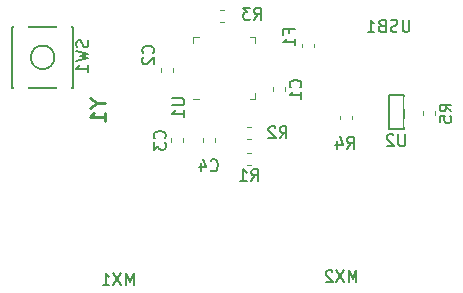
<source format=gbo>
G04 #@! TF.GenerationSoftware,KiCad,Pcbnew,(5.1.5)-3*
G04 #@! TF.CreationDate,2020-04-16T21:49:39-04:00*
G04 #@! TF.ProjectId,binarykb,62696e61-7279-46b6-922e-6b696361645f,rev?*
G04 #@! TF.SameCoordinates,Original*
G04 #@! TF.FileFunction,Legend,Bot*
G04 #@! TF.FilePolarity,Positive*
%FSLAX46Y46*%
G04 Gerber Fmt 4.6, Leading zero omitted, Abs format (unit mm)*
G04 Created by KiCad (PCBNEW (5.1.5)-3) date 2020-04-16 21:49:39*
%MOMM*%
%LPD*%
G04 APERTURE LIST*
%ADD10C,0.200000*%
%ADD11C,0.120000*%
%ADD12C,0.150000*%
%ADD13C,0.254000*%
%ADD14R,2.002000X0.502000*%
%ADD15C,0.100000*%
%ADD16R,2.652000X2.602000*%
%ADD17C,1.852000*%
%ADD18C,3.102000*%
%ADD19C,4.089800*%
%ADD20R,0.702000X1.552000*%
%ADD21R,0.402000X1.552000*%
%ADD22C,0.752000*%
%ADD23R,1.202000X1.902000*%
%ADD24R,0.802000X1.102000*%
%ADD25R,0.802000X0.702000*%
G04 APERTURE END LIST*
D10*
X50173000Y-126973000D02*
G75*
G03X50273000Y-126973000I50000J0D01*
G01*
X50273000Y-126973000D02*
G75*
G03X50173000Y-126973000I-50000J0D01*
G01*
X50173000Y-126973000D02*
G75*
G03X50273000Y-126973000I50000J0D01*
G01*
X50273000Y-126973000D02*
X50273000Y-126973000D01*
X50173000Y-126973000D02*
X50173000Y-126973000D01*
X50273000Y-126973000D02*
X50273000Y-126973000D01*
D11*
X70563000Y-127135779D02*
X70563000Y-126810221D01*
X71583000Y-127135779D02*
X71583000Y-126810221D01*
X77595000Y-126781779D02*
X77595000Y-126456221D01*
X78615000Y-126781779D02*
X78615000Y-126456221D01*
X60416221Y-117854000D02*
X60741779Y-117854000D01*
X60416221Y-118874000D02*
X60741779Y-118874000D01*
X62702221Y-127760000D02*
X63027779Y-127760000D01*
X62702221Y-128780000D02*
X63027779Y-128780000D01*
X62710221Y-129963000D02*
X63035779Y-129963000D01*
X62710221Y-130983000D02*
X63035779Y-130983000D01*
X68328000Y-120710221D02*
X68328000Y-121035779D01*
X67308000Y-120710221D02*
X67308000Y-121035779D01*
X59946000Y-128742221D02*
X59946000Y-129067779D01*
X58926000Y-128742221D02*
X58926000Y-129067779D01*
X57283000Y-128742221D02*
X57283000Y-129067779D01*
X56263000Y-128742221D02*
X56263000Y-129067779D01*
X56390000Y-122773221D02*
X56390000Y-123098779D01*
X55370000Y-122773221D02*
X55370000Y-123098779D01*
X64895000Y-124749779D02*
X64895000Y-124424221D01*
X65915000Y-124749779D02*
X65915000Y-124424221D01*
D12*
X47973000Y-124473000D02*
X47973000Y-119273000D01*
X47973000Y-119273000D02*
X42773000Y-119273000D01*
X42773000Y-119273000D02*
X42773000Y-124473000D01*
X42773000Y-124473000D02*
X47973000Y-124473000D01*
X46373000Y-121873000D02*
G75*
G03X46373000Y-121873000I-1000000J0D01*
G01*
X74661000Y-125042000D02*
X74661000Y-127942000D01*
X74661000Y-125042000D02*
X75961000Y-125042000D01*
X75961000Y-125042000D02*
X75961000Y-127942000D01*
X75961000Y-127942000D02*
X74661000Y-127942000D01*
D11*
X58620500Y-125387250D02*
X58145500Y-125387250D01*
X63365500Y-120167250D02*
X63365500Y-120642250D01*
X62890500Y-120167250D02*
X63365500Y-120167250D01*
X58145500Y-120167250D02*
X58145500Y-120642250D01*
X58620500Y-120167250D02*
X58145500Y-120167250D01*
X63365500Y-125387250D02*
X63365500Y-124912250D01*
X62890500Y-125387250D02*
X63365500Y-125387250D01*
D13*
X50007761Y-125760238D02*
X50612523Y-125760238D01*
X49342523Y-125336904D02*
X50007761Y-125760238D01*
X49342523Y-126183571D01*
X50612523Y-127272142D02*
X50612523Y-126546428D01*
X50612523Y-126909285D02*
X49342523Y-126909285D01*
X49523952Y-126788333D01*
X49644904Y-126667380D01*
X49705380Y-126546428D01*
D12*
X71159666Y-129611380D02*
X71493000Y-129135190D01*
X71731095Y-129611380D02*
X71731095Y-128611380D01*
X71350142Y-128611380D01*
X71254904Y-128659000D01*
X71207285Y-128706619D01*
X71159666Y-128801857D01*
X71159666Y-128944714D01*
X71207285Y-129039952D01*
X71254904Y-129087571D01*
X71350142Y-129135190D01*
X71731095Y-129135190D01*
X70302523Y-128944714D02*
X70302523Y-129611380D01*
X70540619Y-128563761D02*
X70778714Y-129278047D01*
X70159666Y-129278047D01*
X79987380Y-126452333D02*
X79511190Y-126119000D01*
X79987380Y-125880904D02*
X78987380Y-125880904D01*
X78987380Y-126261857D01*
X79035000Y-126357095D01*
X79082619Y-126404714D01*
X79177857Y-126452333D01*
X79320714Y-126452333D01*
X79415952Y-126404714D01*
X79463571Y-126357095D01*
X79511190Y-126261857D01*
X79511190Y-125880904D01*
X78987380Y-127357095D02*
X78987380Y-126880904D01*
X79463571Y-126833285D01*
X79415952Y-126880904D01*
X79368333Y-126976142D01*
X79368333Y-127214238D01*
X79415952Y-127309476D01*
X79463571Y-127357095D01*
X79558809Y-127404714D01*
X79796904Y-127404714D01*
X79892142Y-127357095D01*
X79939761Y-127309476D01*
X79987380Y-127214238D01*
X79987380Y-126976142D01*
X79939761Y-126880904D01*
X79892142Y-126833285D01*
X63285666Y-118689380D02*
X63619000Y-118213190D01*
X63857095Y-118689380D02*
X63857095Y-117689380D01*
X63476142Y-117689380D01*
X63380904Y-117737000D01*
X63333285Y-117784619D01*
X63285666Y-117879857D01*
X63285666Y-118022714D01*
X63333285Y-118117952D01*
X63380904Y-118165571D01*
X63476142Y-118213190D01*
X63857095Y-118213190D01*
X62952333Y-117689380D02*
X62333285Y-117689380D01*
X62666619Y-118070333D01*
X62523761Y-118070333D01*
X62428523Y-118117952D01*
X62380904Y-118165571D01*
X62333285Y-118260809D01*
X62333285Y-118498904D01*
X62380904Y-118594142D01*
X62428523Y-118641761D01*
X62523761Y-118689380D01*
X62809476Y-118689380D01*
X62904714Y-118641761D01*
X62952333Y-118594142D01*
X65444666Y-128722380D02*
X65778000Y-128246190D01*
X66016095Y-128722380D02*
X66016095Y-127722380D01*
X65635142Y-127722380D01*
X65539904Y-127770000D01*
X65492285Y-127817619D01*
X65444666Y-127912857D01*
X65444666Y-128055714D01*
X65492285Y-128150952D01*
X65539904Y-128198571D01*
X65635142Y-128246190D01*
X66016095Y-128246190D01*
X65063714Y-127817619D02*
X65016095Y-127770000D01*
X64920857Y-127722380D01*
X64682761Y-127722380D01*
X64587523Y-127770000D01*
X64539904Y-127817619D01*
X64492285Y-127912857D01*
X64492285Y-128008095D01*
X64539904Y-128150952D01*
X65111333Y-128722380D01*
X64492285Y-128722380D01*
X63039666Y-132355380D02*
X63373000Y-131879190D01*
X63611095Y-132355380D02*
X63611095Y-131355380D01*
X63230142Y-131355380D01*
X63134904Y-131403000D01*
X63087285Y-131450619D01*
X63039666Y-131545857D01*
X63039666Y-131688714D01*
X63087285Y-131783952D01*
X63134904Y-131831571D01*
X63230142Y-131879190D01*
X63611095Y-131879190D01*
X62087285Y-132355380D02*
X62658714Y-132355380D01*
X62373000Y-132355380D02*
X62373000Y-131355380D01*
X62468238Y-131498238D01*
X62563476Y-131593476D01*
X62658714Y-131641095D01*
X66222571Y-119808666D02*
X66222571Y-119475333D01*
X66746380Y-119475333D02*
X65746380Y-119475333D01*
X65746380Y-119951523D01*
X66746380Y-120856285D02*
X66746380Y-120284857D01*
X66746380Y-120570571D02*
X65746380Y-120570571D01*
X65889238Y-120475333D01*
X65984476Y-120380095D01*
X66032095Y-120284857D01*
X59602666Y-131421142D02*
X59650285Y-131468761D01*
X59793142Y-131516380D01*
X59888380Y-131516380D01*
X60031238Y-131468761D01*
X60126476Y-131373523D01*
X60174095Y-131278285D01*
X60221714Y-131087809D01*
X60221714Y-130944952D01*
X60174095Y-130754476D01*
X60126476Y-130659238D01*
X60031238Y-130564000D01*
X59888380Y-130516380D01*
X59793142Y-130516380D01*
X59650285Y-130564000D01*
X59602666Y-130611619D01*
X58745523Y-130849714D02*
X58745523Y-131516380D01*
X58983619Y-130468761D02*
X59221714Y-131183047D01*
X58602666Y-131183047D01*
X55700142Y-128738333D02*
X55747761Y-128690714D01*
X55795380Y-128547857D01*
X55795380Y-128452619D01*
X55747761Y-128309761D01*
X55652523Y-128214523D01*
X55557285Y-128166904D01*
X55366809Y-128119285D01*
X55223952Y-128119285D01*
X55033476Y-128166904D01*
X54938238Y-128214523D01*
X54843000Y-128309761D01*
X54795380Y-128452619D01*
X54795380Y-128547857D01*
X54843000Y-128690714D01*
X54890619Y-128738333D01*
X54795380Y-129071666D02*
X54795380Y-129690714D01*
X55176333Y-129357380D01*
X55176333Y-129500238D01*
X55223952Y-129595476D01*
X55271571Y-129643095D01*
X55366809Y-129690714D01*
X55604904Y-129690714D01*
X55700142Y-129643095D01*
X55747761Y-129595476D01*
X55795380Y-129500238D01*
X55795380Y-129214523D01*
X55747761Y-129119285D01*
X55700142Y-129071666D01*
X54713142Y-121499333D02*
X54760761Y-121451714D01*
X54808380Y-121308857D01*
X54808380Y-121213619D01*
X54760761Y-121070761D01*
X54665523Y-120975523D01*
X54570285Y-120927904D01*
X54379809Y-120880285D01*
X54236952Y-120880285D01*
X54046476Y-120927904D01*
X53951238Y-120975523D01*
X53856000Y-121070761D01*
X53808380Y-121213619D01*
X53808380Y-121308857D01*
X53856000Y-121451714D01*
X53903619Y-121499333D01*
X53903619Y-121880285D02*
X53856000Y-121927904D01*
X53808380Y-122023142D01*
X53808380Y-122261238D01*
X53856000Y-122356476D01*
X53903619Y-122404095D01*
X53998857Y-122451714D01*
X54094095Y-122451714D01*
X54236952Y-122404095D01*
X54808380Y-121832666D01*
X54808380Y-122451714D01*
X67192142Y-124420333D02*
X67239761Y-124372714D01*
X67287380Y-124229857D01*
X67287380Y-124134619D01*
X67239761Y-123991761D01*
X67144523Y-123896523D01*
X67049285Y-123848904D01*
X66858809Y-123801285D01*
X66715952Y-123801285D01*
X66525476Y-123848904D01*
X66430238Y-123896523D01*
X66335000Y-123991761D01*
X66287380Y-124134619D01*
X66287380Y-124229857D01*
X66335000Y-124372714D01*
X66382619Y-124420333D01*
X67287380Y-125372714D02*
X67287380Y-124801285D01*
X67287380Y-125087000D02*
X66287380Y-125087000D01*
X66430238Y-124991761D01*
X66525476Y-124896523D01*
X66573095Y-124801285D01*
X53069964Y-141161380D02*
X53069964Y-140161380D01*
X52736630Y-140875666D01*
X52403297Y-140161380D01*
X52403297Y-141161380D01*
X52022345Y-140161380D02*
X51355678Y-141161380D01*
X51355678Y-140161380D02*
X52022345Y-141161380D01*
X50450916Y-141161380D02*
X51022345Y-141161380D01*
X50736630Y-141161380D02*
X50736630Y-140161380D01*
X50831869Y-140304238D01*
X50927107Y-140399476D01*
X51022345Y-140447095D01*
X71946464Y-140914380D02*
X71946464Y-139914380D01*
X71613130Y-140628666D01*
X71279797Y-139914380D01*
X71279797Y-140914380D01*
X70898845Y-139914380D02*
X70232178Y-140914380D01*
X70232178Y-139914380D02*
X70898845Y-140914380D01*
X69898845Y-140009619D02*
X69851226Y-139962000D01*
X69755988Y-139914380D01*
X69517892Y-139914380D01*
X69422654Y-139962000D01*
X69375035Y-140009619D01*
X69327416Y-140104857D01*
X69327416Y-140200095D01*
X69375035Y-140342952D01*
X69946464Y-140914380D01*
X69327416Y-140914380D01*
X76414095Y-118705380D02*
X76414095Y-119514904D01*
X76366476Y-119610142D01*
X76318857Y-119657761D01*
X76223619Y-119705380D01*
X76033142Y-119705380D01*
X75937904Y-119657761D01*
X75890285Y-119610142D01*
X75842666Y-119514904D01*
X75842666Y-118705380D01*
X75414095Y-119657761D02*
X75271238Y-119705380D01*
X75033142Y-119705380D01*
X74937904Y-119657761D01*
X74890285Y-119610142D01*
X74842666Y-119514904D01*
X74842666Y-119419666D01*
X74890285Y-119324428D01*
X74937904Y-119276809D01*
X75033142Y-119229190D01*
X75223619Y-119181571D01*
X75318857Y-119133952D01*
X75366476Y-119086333D01*
X75414095Y-118991095D01*
X75414095Y-118895857D01*
X75366476Y-118800619D01*
X75318857Y-118753000D01*
X75223619Y-118705380D01*
X74985523Y-118705380D01*
X74842666Y-118753000D01*
X74080761Y-119181571D02*
X73937904Y-119229190D01*
X73890285Y-119276809D01*
X73842666Y-119372047D01*
X73842666Y-119514904D01*
X73890285Y-119610142D01*
X73937904Y-119657761D01*
X74033142Y-119705380D01*
X74414095Y-119705380D01*
X74414095Y-118705380D01*
X74080761Y-118705380D01*
X73985523Y-118753000D01*
X73937904Y-118800619D01*
X73890285Y-118895857D01*
X73890285Y-118991095D01*
X73937904Y-119086333D01*
X73985523Y-119133952D01*
X74080761Y-119181571D01*
X74414095Y-119181571D01*
X72890285Y-119705380D02*
X73461714Y-119705380D01*
X73176000Y-119705380D02*
X73176000Y-118705380D01*
X73271238Y-118848238D01*
X73366476Y-118943476D01*
X73461714Y-118991095D01*
X49177761Y-120439666D02*
X49225380Y-120582523D01*
X49225380Y-120820619D01*
X49177761Y-120915857D01*
X49130142Y-120963476D01*
X49034904Y-121011095D01*
X48939666Y-121011095D01*
X48844428Y-120963476D01*
X48796809Y-120915857D01*
X48749190Y-120820619D01*
X48701571Y-120630142D01*
X48653952Y-120534904D01*
X48606333Y-120487285D01*
X48511095Y-120439666D01*
X48415857Y-120439666D01*
X48320619Y-120487285D01*
X48273000Y-120534904D01*
X48225380Y-120630142D01*
X48225380Y-120868238D01*
X48273000Y-121011095D01*
X48225380Y-121344428D02*
X49225380Y-121582523D01*
X48511095Y-121773000D01*
X49225380Y-121963476D01*
X48225380Y-122201571D01*
X49225380Y-123106333D02*
X49225380Y-122534904D01*
X49225380Y-122820619D02*
X48225380Y-122820619D01*
X48368238Y-122725380D01*
X48463476Y-122630142D01*
X48511095Y-122534904D01*
X76072904Y-128394380D02*
X76072904Y-129203904D01*
X76025285Y-129299142D01*
X75977666Y-129346761D01*
X75882428Y-129394380D01*
X75691952Y-129394380D01*
X75596714Y-129346761D01*
X75549095Y-129299142D01*
X75501476Y-129203904D01*
X75501476Y-128394380D01*
X75072904Y-128489619D02*
X75025285Y-128442000D01*
X74930047Y-128394380D01*
X74691952Y-128394380D01*
X74596714Y-128442000D01*
X74549095Y-128489619D01*
X74501476Y-128584857D01*
X74501476Y-128680095D01*
X74549095Y-128822952D01*
X75120523Y-129394380D01*
X74501476Y-129394380D01*
X56348380Y-125349095D02*
X57157904Y-125349095D01*
X57253142Y-125396714D01*
X57300761Y-125444333D01*
X57348380Y-125539571D01*
X57348380Y-125730047D01*
X57300761Y-125825285D01*
X57253142Y-125872904D01*
X57157904Y-125920523D01*
X56348380Y-125920523D01*
X57348380Y-126920523D02*
X57348380Y-126349095D01*
X57348380Y-126634809D02*
X56348380Y-126634809D01*
X56491238Y-126539571D01*
X56586476Y-126444333D01*
X56634095Y-126349095D01*
%LPC*%
D14*
X51973000Y-124573000D03*
X51973000Y-125773000D03*
X51973000Y-126973000D03*
D15*
G36*
X71378691Y-125698176D02*
G01*
X71402401Y-125701693D01*
X71425652Y-125707517D01*
X71448220Y-125715592D01*
X71469889Y-125725841D01*
X71490448Y-125738164D01*
X71509701Y-125752442D01*
X71527461Y-125768539D01*
X71543558Y-125786299D01*
X71557836Y-125805552D01*
X71570159Y-125826111D01*
X71580408Y-125847780D01*
X71588483Y-125870348D01*
X71594307Y-125893599D01*
X71597824Y-125917309D01*
X71599000Y-125941250D01*
X71599000Y-126429750D01*
X71597824Y-126453691D01*
X71594307Y-126477401D01*
X71588483Y-126500652D01*
X71580408Y-126523220D01*
X71570159Y-126544889D01*
X71557836Y-126565448D01*
X71543558Y-126584701D01*
X71527461Y-126602461D01*
X71509701Y-126618558D01*
X71490448Y-126632836D01*
X71469889Y-126645159D01*
X71448220Y-126655408D01*
X71425652Y-126663483D01*
X71402401Y-126669307D01*
X71378691Y-126672824D01*
X71354750Y-126674000D01*
X70791250Y-126674000D01*
X70767309Y-126672824D01*
X70743599Y-126669307D01*
X70720348Y-126663483D01*
X70697780Y-126655408D01*
X70676111Y-126645159D01*
X70655552Y-126632836D01*
X70636299Y-126618558D01*
X70618539Y-126602461D01*
X70602442Y-126584701D01*
X70588164Y-126565448D01*
X70575841Y-126544889D01*
X70565592Y-126523220D01*
X70557517Y-126500652D01*
X70551693Y-126477401D01*
X70548176Y-126453691D01*
X70547000Y-126429750D01*
X70547000Y-125941250D01*
X70548176Y-125917309D01*
X70551693Y-125893599D01*
X70557517Y-125870348D01*
X70565592Y-125847780D01*
X70575841Y-125826111D01*
X70588164Y-125805552D01*
X70602442Y-125786299D01*
X70618539Y-125768539D01*
X70636299Y-125752442D01*
X70655552Y-125738164D01*
X70676111Y-125725841D01*
X70697780Y-125715592D01*
X70720348Y-125707517D01*
X70743599Y-125701693D01*
X70767309Y-125698176D01*
X70791250Y-125697000D01*
X71354750Y-125697000D01*
X71378691Y-125698176D01*
G37*
G36*
X71378691Y-127273176D02*
G01*
X71402401Y-127276693D01*
X71425652Y-127282517D01*
X71448220Y-127290592D01*
X71469889Y-127300841D01*
X71490448Y-127313164D01*
X71509701Y-127327442D01*
X71527461Y-127343539D01*
X71543558Y-127361299D01*
X71557836Y-127380552D01*
X71570159Y-127401111D01*
X71580408Y-127422780D01*
X71588483Y-127445348D01*
X71594307Y-127468599D01*
X71597824Y-127492309D01*
X71599000Y-127516250D01*
X71599000Y-128004750D01*
X71597824Y-128028691D01*
X71594307Y-128052401D01*
X71588483Y-128075652D01*
X71580408Y-128098220D01*
X71570159Y-128119889D01*
X71557836Y-128140448D01*
X71543558Y-128159701D01*
X71527461Y-128177461D01*
X71509701Y-128193558D01*
X71490448Y-128207836D01*
X71469889Y-128220159D01*
X71448220Y-128230408D01*
X71425652Y-128238483D01*
X71402401Y-128244307D01*
X71378691Y-128247824D01*
X71354750Y-128249000D01*
X70791250Y-128249000D01*
X70767309Y-128247824D01*
X70743599Y-128244307D01*
X70720348Y-128238483D01*
X70697780Y-128230408D01*
X70676111Y-128220159D01*
X70655552Y-128207836D01*
X70636299Y-128193558D01*
X70618539Y-128177461D01*
X70602442Y-128159701D01*
X70588164Y-128140448D01*
X70575841Y-128119889D01*
X70565592Y-128098220D01*
X70557517Y-128075652D01*
X70551693Y-128052401D01*
X70548176Y-128028691D01*
X70547000Y-128004750D01*
X70547000Y-127516250D01*
X70548176Y-127492309D01*
X70551693Y-127468599D01*
X70557517Y-127445348D01*
X70565592Y-127422780D01*
X70575841Y-127401111D01*
X70588164Y-127380552D01*
X70602442Y-127361299D01*
X70618539Y-127343539D01*
X70636299Y-127327442D01*
X70655552Y-127313164D01*
X70676111Y-127300841D01*
X70697780Y-127290592D01*
X70720348Y-127282517D01*
X70743599Y-127276693D01*
X70767309Y-127273176D01*
X70791250Y-127272000D01*
X71354750Y-127272000D01*
X71378691Y-127273176D01*
G37*
G36*
X78410691Y-125344176D02*
G01*
X78434401Y-125347693D01*
X78457652Y-125353517D01*
X78480220Y-125361592D01*
X78501889Y-125371841D01*
X78522448Y-125384164D01*
X78541701Y-125398442D01*
X78559461Y-125414539D01*
X78575558Y-125432299D01*
X78589836Y-125451552D01*
X78602159Y-125472111D01*
X78612408Y-125493780D01*
X78620483Y-125516348D01*
X78626307Y-125539599D01*
X78629824Y-125563309D01*
X78631000Y-125587250D01*
X78631000Y-126075750D01*
X78629824Y-126099691D01*
X78626307Y-126123401D01*
X78620483Y-126146652D01*
X78612408Y-126169220D01*
X78602159Y-126190889D01*
X78589836Y-126211448D01*
X78575558Y-126230701D01*
X78559461Y-126248461D01*
X78541701Y-126264558D01*
X78522448Y-126278836D01*
X78501889Y-126291159D01*
X78480220Y-126301408D01*
X78457652Y-126309483D01*
X78434401Y-126315307D01*
X78410691Y-126318824D01*
X78386750Y-126320000D01*
X77823250Y-126320000D01*
X77799309Y-126318824D01*
X77775599Y-126315307D01*
X77752348Y-126309483D01*
X77729780Y-126301408D01*
X77708111Y-126291159D01*
X77687552Y-126278836D01*
X77668299Y-126264558D01*
X77650539Y-126248461D01*
X77634442Y-126230701D01*
X77620164Y-126211448D01*
X77607841Y-126190889D01*
X77597592Y-126169220D01*
X77589517Y-126146652D01*
X77583693Y-126123401D01*
X77580176Y-126099691D01*
X77579000Y-126075750D01*
X77579000Y-125587250D01*
X77580176Y-125563309D01*
X77583693Y-125539599D01*
X77589517Y-125516348D01*
X77597592Y-125493780D01*
X77607841Y-125472111D01*
X77620164Y-125451552D01*
X77634442Y-125432299D01*
X77650539Y-125414539D01*
X77668299Y-125398442D01*
X77687552Y-125384164D01*
X77708111Y-125371841D01*
X77729780Y-125361592D01*
X77752348Y-125353517D01*
X77775599Y-125347693D01*
X77799309Y-125344176D01*
X77823250Y-125343000D01*
X78386750Y-125343000D01*
X78410691Y-125344176D01*
G37*
G36*
X78410691Y-126919176D02*
G01*
X78434401Y-126922693D01*
X78457652Y-126928517D01*
X78480220Y-126936592D01*
X78501889Y-126946841D01*
X78522448Y-126959164D01*
X78541701Y-126973442D01*
X78559461Y-126989539D01*
X78575558Y-127007299D01*
X78589836Y-127026552D01*
X78602159Y-127047111D01*
X78612408Y-127068780D01*
X78620483Y-127091348D01*
X78626307Y-127114599D01*
X78629824Y-127138309D01*
X78631000Y-127162250D01*
X78631000Y-127650750D01*
X78629824Y-127674691D01*
X78626307Y-127698401D01*
X78620483Y-127721652D01*
X78612408Y-127744220D01*
X78602159Y-127765889D01*
X78589836Y-127786448D01*
X78575558Y-127805701D01*
X78559461Y-127823461D01*
X78541701Y-127839558D01*
X78522448Y-127853836D01*
X78501889Y-127866159D01*
X78480220Y-127876408D01*
X78457652Y-127884483D01*
X78434401Y-127890307D01*
X78410691Y-127893824D01*
X78386750Y-127895000D01*
X77823250Y-127895000D01*
X77799309Y-127893824D01*
X77775599Y-127890307D01*
X77752348Y-127884483D01*
X77729780Y-127876408D01*
X77708111Y-127866159D01*
X77687552Y-127853836D01*
X77668299Y-127839558D01*
X77650539Y-127823461D01*
X77634442Y-127805701D01*
X77620164Y-127786448D01*
X77607841Y-127765889D01*
X77597592Y-127744220D01*
X77589517Y-127721652D01*
X77583693Y-127698401D01*
X77580176Y-127674691D01*
X77579000Y-127650750D01*
X77579000Y-127162250D01*
X77580176Y-127138309D01*
X77583693Y-127114599D01*
X77589517Y-127091348D01*
X77597592Y-127068780D01*
X77607841Y-127047111D01*
X77620164Y-127026552D01*
X77634442Y-127007299D01*
X77650539Y-126989539D01*
X77668299Y-126973442D01*
X77687552Y-126959164D01*
X77708111Y-126946841D01*
X77729780Y-126936592D01*
X77752348Y-126928517D01*
X77775599Y-126922693D01*
X77799309Y-126919176D01*
X77823250Y-126918000D01*
X78386750Y-126918000D01*
X78410691Y-126919176D01*
G37*
G36*
X61634691Y-117839176D02*
G01*
X61658401Y-117842693D01*
X61681652Y-117848517D01*
X61704220Y-117856592D01*
X61725889Y-117866841D01*
X61746448Y-117879164D01*
X61765701Y-117893442D01*
X61783461Y-117909539D01*
X61799558Y-117927299D01*
X61813836Y-117946552D01*
X61826159Y-117967111D01*
X61836408Y-117988780D01*
X61844483Y-118011348D01*
X61850307Y-118034599D01*
X61853824Y-118058309D01*
X61855000Y-118082250D01*
X61855000Y-118645750D01*
X61853824Y-118669691D01*
X61850307Y-118693401D01*
X61844483Y-118716652D01*
X61836408Y-118739220D01*
X61826159Y-118760889D01*
X61813836Y-118781448D01*
X61799558Y-118800701D01*
X61783461Y-118818461D01*
X61765701Y-118834558D01*
X61746448Y-118848836D01*
X61725889Y-118861159D01*
X61704220Y-118871408D01*
X61681652Y-118879483D01*
X61658401Y-118885307D01*
X61634691Y-118888824D01*
X61610750Y-118890000D01*
X61122250Y-118890000D01*
X61098309Y-118888824D01*
X61074599Y-118885307D01*
X61051348Y-118879483D01*
X61028780Y-118871408D01*
X61007111Y-118861159D01*
X60986552Y-118848836D01*
X60967299Y-118834558D01*
X60949539Y-118818461D01*
X60933442Y-118800701D01*
X60919164Y-118781448D01*
X60906841Y-118760889D01*
X60896592Y-118739220D01*
X60888517Y-118716652D01*
X60882693Y-118693401D01*
X60879176Y-118669691D01*
X60878000Y-118645750D01*
X60878000Y-118082250D01*
X60879176Y-118058309D01*
X60882693Y-118034599D01*
X60888517Y-118011348D01*
X60896592Y-117988780D01*
X60906841Y-117967111D01*
X60919164Y-117946552D01*
X60933442Y-117927299D01*
X60949539Y-117909539D01*
X60967299Y-117893442D01*
X60986552Y-117879164D01*
X61007111Y-117866841D01*
X61028780Y-117856592D01*
X61051348Y-117848517D01*
X61074599Y-117842693D01*
X61098309Y-117839176D01*
X61122250Y-117838000D01*
X61610750Y-117838000D01*
X61634691Y-117839176D01*
G37*
G36*
X60059691Y-117839176D02*
G01*
X60083401Y-117842693D01*
X60106652Y-117848517D01*
X60129220Y-117856592D01*
X60150889Y-117866841D01*
X60171448Y-117879164D01*
X60190701Y-117893442D01*
X60208461Y-117909539D01*
X60224558Y-117927299D01*
X60238836Y-117946552D01*
X60251159Y-117967111D01*
X60261408Y-117988780D01*
X60269483Y-118011348D01*
X60275307Y-118034599D01*
X60278824Y-118058309D01*
X60280000Y-118082250D01*
X60280000Y-118645750D01*
X60278824Y-118669691D01*
X60275307Y-118693401D01*
X60269483Y-118716652D01*
X60261408Y-118739220D01*
X60251159Y-118760889D01*
X60238836Y-118781448D01*
X60224558Y-118800701D01*
X60208461Y-118818461D01*
X60190701Y-118834558D01*
X60171448Y-118848836D01*
X60150889Y-118861159D01*
X60129220Y-118871408D01*
X60106652Y-118879483D01*
X60083401Y-118885307D01*
X60059691Y-118888824D01*
X60035750Y-118890000D01*
X59547250Y-118890000D01*
X59523309Y-118888824D01*
X59499599Y-118885307D01*
X59476348Y-118879483D01*
X59453780Y-118871408D01*
X59432111Y-118861159D01*
X59411552Y-118848836D01*
X59392299Y-118834558D01*
X59374539Y-118818461D01*
X59358442Y-118800701D01*
X59344164Y-118781448D01*
X59331841Y-118760889D01*
X59321592Y-118739220D01*
X59313517Y-118716652D01*
X59307693Y-118693401D01*
X59304176Y-118669691D01*
X59303000Y-118645750D01*
X59303000Y-118082250D01*
X59304176Y-118058309D01*
X59307693Y-118034599D01*
X59313517Y-118011348D01*
X59321592Y-117988780D01*
X59331841Y-117967111D01*
X59344164Y-117946552D01*
X59358442Y-117927299D01*
X59374539Y-117909539D01*
X59392299Y-117893442D01*
X59411552Y-117879164D01*
X59432111Y-117866841D01*
X59453780Y-117856592D01*
X59476348Y-117848517D01*
X59499599Y-117842693D01*
X59523309Y-117839176D01*
X59547250Y-117838000D01*
X60035750Y-117838000D01*
X60059691Y-117839176D01*
G37*
G36*
X63920691Y-127745176D02*
G01*
X63944401Y-127748693D01*
X63967652Y-127754517D01*
X63990220Y-127762592D01*
X64011889Y-127772841D01*
X64032448Y-127785164D01*
X64051701Y-127799442D01*
X64069461Y-127815539D01*
X64085558Y-127833299D01*
X64099836Y-127852552D01*
X64112159Y-127873111D01*
X64122408Y-127894780D01*
X64130483Y-127917348D01*
X64136307Y-127940599D01*
X64139824Y-127964309D01*
X64141000Y-127988250D01*
X64141000Y-128551750D01*
X64139824Y-128575691D01*
X64136307Y-128599401D01*
X64130483Y-128622652D01*
X64122408Y-128645220D01*
X64112159Y-128666889D01*
X64099836Y-128687448D01*
X64085558Y-128706701D01*
X64069461Y-128724461D01*
X64051701Y-128740558D01*
X64032448Y-128754836D01*
X64011889Y-128767159D01*
X63990220Y-128777408D01*
X63967652Y-128785483D01*
X63944401Y-128791307D01*
X63920691Y-128794824D01*
X63896750Y-128796000D01*
X63408250Y-128796000D01*
X63384309Y-128794824D01*
X63360599Y-128791307D01*
X63337348Y-128785483D01*
X63314780Y-128777408D01*
X63293111Y-128767159D01*
X63272552Y-128754836D01*
X63253299Y-128740558D01*
X63235539Y-128724461D01*
X63219442Y-128706701D01*
X63205164Y-128687448D01*
X63192841Y-128666889D01*
X63182592Y-128645220D01*
X63174517Y-128622652D01*
X63168693Y-128599401D01*
X63165176Y-128575691D01*
X63164000Y-128551750D01*
X63164000Y-127988250D01*
X63165176Y-127964309D01*
X63168693Y-127940599D01*
X63174517Y-127917348D01*
X63182592Y-127894780D01*
X63192841Y-127873111D01*
X63205164Y-127852552D01*
X63219442Y-127833299D01*
X63235539Y-127815539D01*
X63253299Y-127799442D01*
X63272552Y-127785164D01*
X63293111Y-127772841D01*
X63314780Y-127762592D01*
X63337348Y-127754517D01*
X63360599Y-127748693D01*
X63384309Y-127745176D01*
X63408250Y-127744000D01*
X63896750Y-127744000D01*
X63920691Y-127745176D01*
G37*
G36*
X62345691Y-127745176D02*
G01*
X62369401Y-127748693D01*
X62392652Y-127754517D01*
X62415220Y-127762592D01*
X62436889Y-127772841D01*
X62457448Y-127785164D01*
X62476701Y-127799442D01*
X62494461Y-127815539D01*
X62510558Y-127833299D01*
X62524836Y-127852552D01*
X62537159Y-127873111D01*
X62547408Y-127894780D01*
X62555483Y-127917348D01*
X62561307Y-127940599D01*
X62564824Y-127964309D01*
X62566000Y-127988250D01*
X62566000Y-128551750D01*
X62564824Y-128575691D01*
X62561307Y-128599401D01*
X62555483Y-128622652D01*
X62547408Y-128645220D01*
X62537159Y-128666889D01*
X62524836Y-128687448D01*
X62510558Y-128706701D01*
X62494461Y-128724461D01*
X62476701Y-128740558D01*
X62457448Y-128754836D01*
X62436889Y-128767159D01*
X62415220Y-128777408D01*
X62392652Y-128785483D01*
X62369401Y-128791307D01*
X62345691Y-128794824D01*
X62321750Y-128796000D01*
X61833250Y-128796000D01*
X61809309Y-128794824D01*
X61785599Y-128791307D01*
X61762348Y-128785483D01*
X61739780Y-128777408D01*
X61718111Y-128767159D01*
X61697552Y-128754836D01*
X61678299Y-128740558D01*
X61660539Y-128724461D01*
X61644442Y-128706701D01*
X61630164Y-128687448D01*
X61617841Y-128666889D01*
X61607592Y-128645220D01*
X61599517Y-128622652D01*
X61593693Y-128599401D01*
X61590176Y-128575691D01*
X61589000Y-128551750D01*
X61589000Y-127988250D01*
X61590176Y-127964309D01*
X61593693Y-127940599D01*
X61599517Y-127917348D01*
X61607592Y-127894780D01*
X61617841Y-127873111D01*
X61630164Y-127852552D01*
X61644442Y-127833299D01*
X61660539Y-127815539D01*
X61678299Y-127799442D01*
X61697552Y-127785164D01*
X61718111Y-127772841D01*
X61739780Y-127762592D01*
X61762348Y-127754517D01*
X61785599Y-127748693D01*
X61809309Y-127745176D01*
X61833250Y-127744000D01*
X62321750Y-127744000D01*
X62345691Y-127745176D01*
G37*
G36*
X63928691Y-129948176D02*
G01*
X63952401Y-129951693D01*
X63975652Y-129957517D01*
X63998220Y-129965592D01*
X64019889Y-129975841D01*
X64040448Y-129988164D01*
X64059701Y-130002442D01*
X64077461Y-130018539D01*
X64093558Y-130036299D01*
X64107836Y-130055552D01*
X64120159Y-130076111D01*
X64130408Y-130097780D01*
X64138483Y-130120348D01*
X64144307Y-130143599D01*
X64147824Y-130167309D01*
X64149000Y-130191250D01*
X64149000Y-130754750D01*
X64147824Y-130778691D01*
X64144307Y-130802401D01*
X64138483Y-130825652D01*
X64130408Y-130848220D01*
X64120159Y-130869889D01*
X64107836Y-130890448D01*
X64093558Y-130909701D01*
X64077461Y-130927461D01*
X64059701Y-130943558D01*
X64040448Y-130957836D01*
X64019889Y-130970159D01*
X63998220Y-130980408D01*
X63975652Y-130988483D01*
X63952401Y-130994307D01*
X63928691Y-130997824D01*
X63904750Y-130999000D01*
X63416250Y-130999000D01*
X63392309Y-130997824D01*
X63368599Y-130994307D01*
X63345348Y-130988483D01*
X63322780Y-130980408D01*
X63301111Y-130970159D01*
X63280552Y-130957836D01*
X63261299Y-130943558D01*
X63243539Y-130927461D01*
X63227442Y-130909701D01*
X63213164Y-130890448D01*
X63200841Y-130869889D01*
X63190592Y-130848220D01*
X63182517Y-130825652D01*
X63176693Y-130802401D01*
X63173176Y-130778691D01*
X63172000Y-130754750D01*
X63172000Y-130191250D01*
X63173176Y-130167309D01*
X63176693Y-130143599D01*
X63182517Y-130120348D01*
X63190592Y-130097780D01*
X63200841Y-130076111D01*
X63213164Y-130055552D01*
X63227442Y-130036299D01*
X63243539Y-130018539D01*
X63261299Y-130002442D01*
X63280552Y-129988164D01*
X63301111Y-129975841D01*
X63322780Y-129965592D01*
X63345348Y-129957517D01*
X63368599Y-129951693D01*
X63392309Y-129948176D01*
X63416250Y-129947000D01*
X63904750Y-129947000D01*
X63928691Y-129948176D01*
G37*
G36*
X62353691Y-129948176D02*
G01*
X62377401Y-129951693D01*
X62400652Y-129957517D01*
X62423220Y-129965592D01*
X62444889Y-129975841D01*
X62465448Y-129988164D01*
X62484701Y-130002442D01*
X62502461Y-130018539D01*
X62518558Y-130036299D01*
X62532836Y-130055552D01*
X62545159Y-130076111D01*
X62555408Y-130097780D01*
X62563483Y-130120348D01*
X62569307Y-130143599D01*
X62572824Y-130167309D01*
X62574000Y-130191250D01*
X62574000Y-130754750D01*
X62572824Y-130778691D01*
X62569307Y-130802401D01*
X62563483Y-130825652D01*
X62555408Y-130848220D01*
X62545159Y-130869889D01*
X62532836Y-130890448D01*
X62518558Y-130909701D01*
X62502461Y-130927461D01*
X62484701Y-130943558D01*
X62465448Y-130957836D01*
X62444889Y-130970159D01*
X62423220Y-130980408D01*
X62400652Y-130988483D01*
X62377401Y-130994307D01*
X62353691Y-130997824D01*
X62329750Y-130999000D01*
X61841250Y-130999000D01*
X61817309Y-130997824D01*
X61793599Y-130994307D01*
X61770348Y-130988483D01*
X61747780Y-130980408D01*
X61726111Y-130970159D01*
X61705552Y-130957836D01*
X61686299Y-130943558D01*
X61668539Y-130927461D01*
X61652442Y-130909701D01*
X61638164Y-130890448D01*
X61625841Y-130869889D01*
X61615592Y-130848220D01*
X61607517Y-130825652D01*
X61601693Y-130802401D01*
X61598176Y-130778691D01*
X61597000Y-130754750D01*
X61597000Y-130191250D01*
X61598176Y-130167309D01*
X61601693Y-130143599D01*
X61607517Y-130120348D01*
X61615592Y-130097780D01*
X61625841Y-130076111D01*
X61638164Y-130055552D01*
X61652442Y-130036299D01*
X61668539Y-130018539D01*
X61686299Y-130002442D01*
X61705552Y-129988164D01*
X61726111Y-129975841D01*
X61747780Y-129965592D01*
X61770348Y-129957517D01*
X61793599Y-129951693D01*
X61817309Y-129948176D01*
X61841250Y-129947000D01*
X62329750Y-129947000D01*
X62353691Y-129948176D01*
G37*
G36*
X68123691Y-121173176D02*
G01*
X68147401Y-121176693D01*
X68170652Y-121182517D01*
X68193220Y-121190592D01*
X68214889Y-121200841D01*
X68235448Y-121213164D01*
X68254701Y-121227442D01*
X68272461Y-121243539D01*
X68288558Y-121261299D01*
X68302836Y-121280552D01*
X68315159Y-121301111D01*
X68325408Y-121322780D01*
X68333483Y-121345348D01*
X68339307Y-121368599D01*
X68342824Y-121392309D01*
X68344000Y-121416250D01*
X68344000Y-121904750D01*
X68342824Y-121928691D01*
X68339307Y-121952401D01*
X68333483Y-121975652D01*
X68325408Y-121998220D01*
X68315159Y-122019889D01*
X68302836Y-122040448D01*
X68288558Y-122059701D01*
X68272461Y-122077461D01*
X68254701Y-122093558D01*
X68235448Y-122107836D01*
X68214889Y-122120159D01*
X68193220Y-122130408D01*
X68170652Y-122138483D01*
X68147401Y-122144307D01*
X68123691Y-122147824D01*
X68099750Y-122149000D01*
X67536250Y-122149000D01*
X67512309Y-122147824D01*
X67488599Y-122144307D01*
X67465348Y-122138483D01*
X67442780Y-122130408D01*
X67421111Y-122120159D01*
X67400552Y-122107836D01*
X67381299Y-122093558D01*
X67363539Y-122077461D01*
X67347442Y-122059701D01*
X67333164Y-122040448D01*
X67320841Y-122019889D01*
X67310592Y-121998220D01*
X67302517Y-121975652D01*
X67296693Y-121952401D01*
X67293176Y-121928691D01*
X67292000Y-121904750D01*
X67292000Y-121416250D01*
X67293176Y-121392309D01*
X67296693Y-121368599D01*
X67302517Y-121345348D01*
X67310592Y-121322780D01*
X67320841Y-121301111D01*
X67333164Y-121280552D01*
X67347442Y-121261299D01*
X67363539Y-121243539D01*
X67381299Y-121227442D01*
X67400552Y-121213164D01*
X67421111Y-121200841D01*
X67442780Y-121190592D01*
X67465348Y-121182517D01*
X67488599Y-121176693D01*
X67512309Y-121173176D01*
X67536250Y-121172000D01*
X68099750Y-121172000D01*
X68123691Y-121173176D01*
G37*
G36*
X68123691Y-119598176D02*
G01*
X68147401Y-119601693D01*
X68170652Y-119607517D01*
X68193220Y-119615592D01*
X68214889Y-119625841D01*
X68235448Y-119638164D01*
X68254701Y-119652442D01*
X68272461Y-119668539D01*
X68288558Y-119686299D01*
X68302836Y-119705552D01*
X68315159Y-119726111D01*
X68325408Y-119747780D01*
X68333483Y-119770348D01*
X68339307Y-119793599D01*
X68342824Y-119817309D01*
X68344000Y-119841250D01*
X68344000Y-120329750D01*
X68342824Y-120353691D01*
X68339307Y-120377401D01*
X68333483Y-120400652D01*
X68325408Y-120423220D01*
X68315159Y-120444889D01*
X68302836Y-120465448D01*
X68288558Y-120484701D01*
X68272461Y-120502461D01*
X68254701Y-120518558D01*
X68235448Y-120532836D01*
X68214889Y-120545159D01*
X68193220Y-120555408D01*
X68170652Y-120563483D01*
X68147401Y-120569307D01*
X68123691Y-120572824D01*
X68099750Y-120574000D01*
X67536250Y-120574000D01*
X67512309Y-120572824D01*
X67488599Y-120569307D01*
X67465348Y-120563483D01*
X67442780Y-120555408D01*
X67421111Y-120545159D01*
X67400552Y-120532836D01*
X67381299Y-120518558D01*
X67363539Y-120502461D01*
X67347442Y-120484701D01*
X67333164Y-120465448D01*
X67320841Y-120444889D01*
X67310592Y-120423220D01*
X67302517Y-120400652D01*
X67296693Y-120377401D01*
X67293176Y-120353691D01*
X67292000Y-120329750D01*
X67292000Y-119841250D01*
X67293176Y-119817309D01*
X67296693Y-119793599D01*
X67302517Y-119770348D01*
X67310592Y-119747780D01*
X67320841Y-119726111D01*
X67333164Y-119705552D01*
X67347442Y-119686299D01*
X67363539Y-119668539D01*
X67381299Y-119652442D01*
X67400552Y-119638164D01*
X67421111Y-119625841D01*
X67442780Y-119615592D01*
X67465348Y-119607517D01*
X67488599Y-119601693D01*
X67512309Y-119598176D01*
X67536250Y-119597000D01*
X68099750Y-119597000D01*
X68123691Y-119598176D01*
G37*
G36*
X59741691Y-129205176D02*
G01*
X59765401Y-129208693D01*
X59788652Y-129214517D01*
X59811220Y-129222592D01*
X59832889Y-129232841D01*
X59853448Y-129245164D01*
X59872701Y-129259442D01*
X59890461Y-129275539D01*
X59906558Y-129293299D01*
X59920836Y-129312552D01*
X59933159Y-129333111D01*
X59943408Y-129354780D01*
X59951483Y-129377348D01*
X59957307Y-129400599D01*
X59960824Y-129424309D01*
X59962000Y-129448250D01*
X59962000Y-129936750D01*
X59960824Y-129960691D01*
X59957307Y-129984401D01*
X59951483Y-130007652D01*
X59943408Y-130030220D01*
X59933159Y-130051889D01*
X59920836Y-130072448D01*
X59906558Y-130091701D01*
X59890461Y-130109461D01*
X59872701Y-130125558D01*
X59853448Y-130139836D01*
X59832889Y-130152159D01*
X59811220Y-130162408D01*
X59788652Y-130170483D01*
X59765401Y-130176307D01*
X59741691Y-130179824D01*
X59717750Y-130181000D01*
X59154250Y-130181000D01*
X59130309Y-130179824D01*
X59106599Y-130176307D01*
X59083348Y-130170483D01*
X59060780Y-130162408D01*
X59039111Y-130152159D01*
X59018552Y-130139836D01*
X58999299Y-130125558D01*
X58981539Y-130109461D01*
X58965442Y-130091701D01*
X58951164Y-130072448D01*
X58938841Y-130051889D01*
X58928592Y-130030220D01*
X58920517Y-130007652D01*
X58914693Y-129984401D01*
X58911176Y-129960691D01*
X58910000Y-129936750D01*
X58910000Y-129448250D01*
X58911176Y-129424309D01*
X58914693Y-129400599D01*
X58920517Y-129377348D01*
X58928592Y-129354780D01*
X58938841Y-129333111D01*
X58951164Y-129312552D01*
X58965442Y-129293299D01*
X58981539Y-129275539D01*
X58999299Y-129259442D01*
X59018552Y-129245164D01*
X59039111Y-129232841D01*
X59060780Y-129222592D01*
X59083348Y-129214517D01*
X59106599Y-129208693D01*
X59130309Y-129205176D01*
X59154250Y-129204000D01*
X59717750Y-129204000D01*
X59741691Y-129205176D01*
G37*
G36*
X59741691Y-127630176D02*
G01*
X59765401Y-127633693D01*
X59788652Y-127639517D01*
X59811220Y-127647592D01*
X59832889Y-127657841D01*
X59853448Y-127670164D01*
X59872701Y-127684442D01*
X59890461Y-127700539D01*
X59906558Y-127718299D01*
X59920836Y-127737552D01*
X59933159Y-127758111D01*
X59943408Y-127779780D01*
X59951483Y-127802348D01*
X59957307Y-127825599D01*
X59960824Y-127849309D01*
X59962000Y-127873250D01*
X59962000Y-128361750D01*
X59960824Y-128385691D01*
X59957307Y-128409401D01*
X59951483Y-128432652D01*
X59943408Y-128455220D01*
X59933159Y-128476889D01*
X59920836Y-128497448D01*
X59906558Y-128516701D01*
X59890461Y-128534461D01*
X59872701Y-128550558D01*
X59853448Y-128564836D01*
X59832889Y-128577159D01*
X59811220Y-128587408D01*
X59788652Y-128595483D01*
X59765401Y-128601307D01*
X59741691Y-128604824D01*
X59717750Y-128606000D01*
X59154250Y-128606000D01*
X59130309Y-128604824D01*
X59106599Y-128601307D01*
X59083348Y-128595483D01*
X59060780Y-128587408D01*
X59039111Y-128577159D01*
X59018552Y-128564836D01*
X58999299Y-128550558D01*
X58981539Y-128534461D01*
X58965442Y-128516701D01*
X58951164Y-128497448D01*
X58938841Y-128476889D01*
X58928592Y-128455220D01*
X58920517Y-128432652D01*
X58914693Y-128409401D01*
X58911176Y-128385691D01*
X58910000Y-128361750D01*
X58910000Y-127873250D01*
X58911176Y-127849309D01*
X58914693Y-127825599D01*
X58920517Y-127802348D01*
X58928592Y-127779780D01*
X58938841Y-127758111D01*
X58951164Y-127737552D01*
X58965442Y-127718299D01*
X58981539Y-127700539D01*
X58999299Y-127684442D01*
X59018552Y-127670164D01*
X59039111Y-127657841D01*
X59060780Y-127647592D01*
X59083348Y-127639517D01*
X59106599Y-127633693D01*
X59130309Y-127630176D01*
X59154250Y-127629000D01*
X59717750Y-127629000D01*
X59741691Y-127630176D01*
G37*
G36*
X57078691Y-129205176D02*
G01*
X57102401Y-129208693D01*
X57125652Y-129214517D01*
X57148220Y-129222592D01*
X57169889Y-129232841D01*
X57190448Y-129245164D01*
X57209701Y-129259442D01*
X57227461Y-129275539D01*
X57243558Y-129293299D01*
X57257836Y-129312552D01*
X57270159Y-129333111D01*
X57280408Y-129354780D01*
X57288483Y-129377348D01*
X57294307Y-129400599D01*
X57297824Y-129424309D01*
X57299000Y-129448250D01*
X57299000Y-129936750D01*
X57297824Y-129960691D01*
X57294307Y-129984401D01*
X57288483Y-130007652D01*
X57280408Y-130030220D01*
X57270159Y-130051889D01*
X57257836Y-130072448D01*
X57243558Y-130091701D01*
X57227461Y-130109461D01*
X57209701Y-130125558D01*
X57190448Y-130139836D01*
X57169889Y-130152159D01*
X57148220Y-130162408D01*
X57125652Y-130170483D01*
X57102401Y-130176307D01*
X57078691Y-130179824D01*
X57054750Y-130181000D01*
X56491250Y-130181000D01*
X56467309Y-130179824D01*
X56443599Y-130176307D01*
X56420348Y-130170483D01*
X56397780Y-130162408D01*
X56376111Y-130152159D01*
X56355552Y-130139836D01*
X56336299Y-130125558D01*
X56318539Y-130109461D01*
X56302442Y-130091701D01*
X56288164Y-130072448D01*
X56275841Y-130051889D01*
X56265592Y-130030220D01*
X56257517Y-130007652D01*
X56251693Y-129984401D01*
X56248176Y-129960691D01*
X56247000Y-129936750D01*
X56247000Y-129448250D01*
X56248176Y-129424309D01*
X56251693Y-129400599D01*
X56257517Y-129377348D01*
X56265592Y-129354780D01*
X56275841Y-129333111D01*
X56288164Y-129312552D01*
X56302442Y-129293299D01*
X56318539Y-129275539D01*
X56336299Y-129259442D01*
X56355552Y-129245164D01*
X56376111Y-129232841D01*
X56397780Y-129222592D01*
X56420348Y-129214517D01*
X56443599Y-129208693D01*
X56467309Y-129205176D01*
X56491250Y-129204000D01*
X57054750Y-129204000D01*
X57078691Y-129205176D01*
G37*
G36*
X57078691Y-127630176D02*
G01*
X57102401Y-127633693D01*
X57125652Y-127639517D01*
X57148220Y-127647592D01*
X57169889Y-127657841D01*
X57190448Y-127670164D01*
X57209701Y-127684442D01*
X57227461Y-127700539D01*
X57243558Y-127718299D01*
X57257836Y-127737552D01*
X57270159Y-127758111D01*
X57280408Y-127779780D01*
X57288483Y-127802348D01*
X57294307Y-127825599D01*
X57297824Y-127849309D01*
X57299000Y-127873250D01*
X57299000Y-128361750D01*
X57297824Y-128385691D01*
X57294307Y-128409401D01*
X57288483Y-128432652D01*
X57280408Y-128455220D01*
X57270159Y-128476889D01*
X57257836Y-128497448D01*
X57243558Y-128516701D01*
X57227461Y-128534461D01*
X57209701Y-128550558D01*
X57190448Y-128564836D01*
X57169889Y-128577159D01*
X57148220Y-128587408D01*
X57125652Y-128595483D01*
X57102401Y-128601307D01*
X57078691Y-128604824D01*
X57054750Y-128606000D01*
X56491250Y-128606000D01*
X56467309Y-128604824D01*
X56443599Y-128601307D01*
X56420348Y-128595483D01*
X56397780Y-128587408D01*
X56376111Y-128577159D01*
X56355552Y-128564836D01*
X56336299Y-128550558D01*
X56318539Y-128534461D01*
X56302442Y-128516701D01*
X56288164Y-128497448D01*
X56275841Y-128476889D01*
X56265592Y-128455220D01*
X56257517Y-128432652D01*
X56251693Y-128409401D01*
X56248176Y-128385691D01*
X56247000Y-128361750D01*
X56247000Y-127873250D01*
X56248176Y-127849309D01*
X56251693Y-127825599D01*
X56257517Y-127802348D01*
X56265592Y-127779780D01*
X56275841Y-127758111D01*
X56288164Y-127737552D01*
X56302442Y-127718299D01*
X56318539Y-127700539D01*
X56336299Y-127684442D01*
X56355552Y-127670164D01*
X56376111Y-127657841D01*
X56397780Y-127647592D01*
X56420348Y-127639517D01*
X56443599Y-127633693D01*
X56467309Y-127630176D01*
X56491250Y-127629000D01*
X57054750Y-127629000D01*
X57078691Y-127630176D01*
G37*
G36*
X56185691Y-123236176D02*
G01*
X56209401Y-123239693D01*
X56232652Y-123245517D01*
X56255220Y-123253592D01*
X56276889Y-123263841D01*
X56297448Y-123276164D01*
X56316701Y-123290442D01*
X56334461Y-123306539D01*
X56350558Y-123324299D01*
X56364836Y-123343552D01*
X56377159Y-123364111D01*
X56387408Y-123385780D01*
X56395483Y-123408348D01*
X56401307Y-123431599D01*
X56404824Y-123455309D01*
X56406000Y-123479250D01*
X56406000Y-123967750D01*
X56404824Y-123991691D01*
X56401307Y-124015401D01*
X56395483Y-124038652D01*
X56387408Y-124061220D01*
X56377159Y-124082889D01*
X56364836Y-124103448D01*
X56350558Y-124122701D01*
X56334461Y-124140461D01*
X56316701Y-124156558D01*
X56297448Y-124170836D01*
X56276889Y-124183159D01*
X56255220Y-124193408D01*
X56232652Y-124201483D01*
X56209401Y-124207307D01*
X56185691Y-124210824D01*
X56161750Y-124212000D01*
X55598250Y-124212000D01*
X55574309Y-124210824D01*
X55550599Y-124207307D01*
X55527348Y-124201483D01*
X55504780Y-124193408D01*
X55483111Y-124183159D01*
X55462552Y-124170836D01*
X55443299Y-124156558D01*
X55425539Y-124140461D01*
X55409442Y-124122701D01*
X55395164Y-124103448D01*
X55382841Y-124082889D01*
X55372592Y-124061220D01*
X55364517Y-124038652D01*
X55358693Y-124015401D01*
X55355176Y-123991691D01*
X55354000Y-123967750D01*
X55354000Y-123479250D01*
X55355176Y-123455309D01*
X55358693Y-123431599D01*
X55364517Y-123408348D01*
X55372592Y-123385780D01*
X55382841Y-123364111D01*
X55395164Y-123343552D01*
X55409442Y-123324299D01*
X55425539Y-123306539D01*
X55443299Y-123290442D01*
X55462552Y-123276164D01*
X55483111Y-123263841D01*
X55504780Y-123253592D01*
X55527348Y-123245517D01*
X55550599Y-123239693D01*
X55574309Y-123236176D01*
X55598250Y-123235000D01*
X56161750Y-123235000D01*
X56185691Y-123236176D01*
G37*
G36*
X56185691Y-121661176D02*
G01*
X56209401Y-121664693D01*
X56232652Y-121670517D01*
X56255220Y-121678592D01*
X56276889Y-121688841D01*
X56297448Y-121701164D01*
X56316701Y-121715442D01*
X56334461Y-121731539D01*
X56350558Y-121749299D01*
X56364836Y-121768552D01*
X56377159Y-121789111D01*
X56387408Y-121810780D01*
X56395483Y-121833348D01*
X56401307Y-121856599D01*
X56404824Y-121880309D01*
X56406000Y-121904250D01*
X56406000Y-122392750D01*
X56404824Y-122416691D01*
X56401307Y-122440401D01*
X56395483Y-122463652D01*
X56387408Y-122486220D01*
X56377159Y-122507889D01*
X56364836Y-122528448D01*
X56350558Y-122547701D01*
X56334461Y-122565461D01*
X56316701Y-122581558D01*
X56297448Y-122595836D01*
X56276889Y-122608159D01*
X56255220Y-122618408D01*
X56232652Y-122626483D01*
X56209401Y-122632307D01*
X56185691Y-122635824D01*
X56161750Y-122637000D01*
X55598250Y-122637000D01*
X55574309Y-122635824D01*
X55550599Y-122632307D01*
X55527348Y-122626483D01*
X55504780Y-122618408D01*
X55483111Y-122608159D01*
X55462552Y-122595836D01*
X55443299Y-122581558D01*
X55425539Y-122565461D01*
X55409442Y-122547701D01*
X55395164Y-122528448D01*
X55382841Y-122507889D01*
X55372592Y-122486220D01*
X55364517Y-122463652D01*
X55358693Y-122440401D01*
X55355176Y-122416691D01*
X55354000Y-122392750D01*
X55354000Y-121904250D01*
X55355176Y-121880309D01*
X55358693Y-121856599D01*
X55364517Y-121833348D01*
X55372592Y-121810780D01*
X55382841Y-121789111D01*
X55395164Y-121768552D01*
X55409442Y-121749299D01*
X55425539Y-121731539D01*
X55443299Y-121715442D01*
X55462552Y-121701164D01*
X55483111Y-121688841D01*
X55504780Y-121678592D01*
X55527348Y-121670517D01*
X55550599Y-121664693D01*
X55574309Y-121661176D01*
X55598250Y-121660000D01*
X56161750Y-121660000D01*
X56185691Y-121661176D01*
G37*
G36*
X65710691Y-123312176D02*
G01*
X65734401Y-123315693D01*
X65757652Y-123321517D01*
X65780220Y-123329592D01*
X65801889Y-123339841D01*
X65822448Y-123352164D01*
X65841701Y-123366442D01*
X65859461Y-123382539D01*
X65875558Y-123400299D01*
X65889836Y-123419552D01*
X65902159Y-123440111D01*
X65912408Y-123461780D01*
X65920483Y-123484348D01*
X65926307Y-123507599D01*
X65929824Y-123531309D01*
X65931000Y-123555250D01*
X65931000Y-124043750D01*
X65929824Y-124067691D01*
X65926307Y-124091401D01*
X65920483Y-124114652D01*
X65912408Y-124137220D01*
X65902159Y-124158889D01*
X65889836Y-124179448D01*
X65875558Y-124198701D01*
X65859461Y-124216461D01*
X65841701Y-124232558D01*
X65822448Y-124246836D01*
X65801889Y-124259159D01*
X65780220Y-124269408D01*
X65757652Y-124277483D01*
X65734401Y-124283307D01*
X65710691Y-124286824D01*
X65686750Y-124288000D01*
X65123250Y-124288000D01*
X65099309Y-124286824D01*
X65075599Y-124283307D01*
X65052348Y-124277483D01*
X65029780Y-124269408D01*
X65008111Y-124259159D01*
X64987552Y-124246836D01*
X64968299Y-124232558D01*
X64950539Y-124216461D01*
X64934442Y-124198701D01*
X64920164Y-124179448D01*
X64907841Y-124158889D01*
X64897592Y-124137220D01*
X64889517Y-124114652D01*
X64883693Y-124091401D01*
X64880176Y-124067691D01*
X64879000Y-124043750D01*
X64879000Y-123555250D01*
X64880176Y-123531309D01*
X64883693Y-123507599D01*
X64889517Y-123484348D01*
X64897592Y-123461780D01*
X64907841Y-123440111D01*
X64920164Y-123419552D01*
X64934442Y-123400299D01*
X64950539Y-123382539D01*
X64968299Y-123366442D01*
X64987552Y-123352164D01*
X65008111Y-123339841D01*
X65029780Y-123329592D01*
X65052348Y-123321517D01*
X65075599Y-123315693D01*
X65099309Y-123312176D01*
X65123250Y-123311000D01*
X65686750Y-123311000D01*
X65710691Y-123312176D01*
G37*
G36*
X65710691Y-124887176D02*
G01*
X65734401Y-124890693D01*
X65757652Y-124896517D01*
X65780220Y-124904592D01*
X65801889Y-124914841D01*
X65822448Y-124927164D01*
X65841701Y-124941442D01*
X65859461Y-124957539D01*
X65875558Y-124975299D01*
X65889836Y-124994552D01*
X65902159Y-125015111D01*
X65912408Y-125036780D01*
X65920483Y-125059348D01*
X65926307Y-125082599D01*
X65929824Y-125106309D01*
X65931000Y-125130250D01*
X65931000Y-125618750D01*
X65929824Y-125642691D01*
X65926307Y-125666401D01*
X65920483Y-125689652D01*
X65912408Y-125712220D01*
X65902159Y-125733889D01*
X65889836Y-125754448D01*
X65875558Y-125773701D01*
X65859461Y-125791461D01*
X65841701Y-125807558D01*
X65822448Y-125821836D01*
X65801889Y-125834159D01*
X65780220Y-125844408D01*
X65757652Y-125852483D01*
X65734401Y-125858307D01*
X65710691Y-125861824D01*
X65686750Y-125863000D01*
X65123250Y-125863000D01*
X65099309Y-125861824D01*
X65075599Y-125858307D01*
X65052348Y-125852483D01*
X65029780Y-125844408D01*
X65008111Y-125834159D01*
X64987552Y-125821836D01*
X64968299Y-125807558D01*
X64950539Y-125791461D01*
X64934442Y-125773701D01*
X64920164Y-125754448D01*
X64907841Y-125733889D01*
X64897592Y-125712220D01*
X64889517Y-125689652D01*
X64883693Y-125666401D01*
X64880176Y-125642691D01*
X64879000Y-125618750D01*
X64879000Y-125130250D01*
X64880176Y-125106309D01*
X64883693Y-125082599D01*
X64889517Y-125059348D01*
X64897592Y-125036780D01*
X64907841Y-125015111D01*
X64920164Y-124994552D01*
X64934442Y-124975299D01*
X64950539Y-124957539D01*
X64968299Y-124941442D01*
X64987552Y-124927164D01*
X65008111Y-124914841D01*
X65029780Y-124904592D01*
X65052348Y-124896517D01*
X65075599Y-124890693D01*
X65099309Y-124887176D01*
X65123250Y-124886000D01*
X65686750Y-124886000D01*
X65710691Y-124887176D01*
G37*
D16*
X45720000Y-137668000D03*
X58647000Y-135128000D03*
D17*
X46482000Y-132588000D03*
X56642000Y-132588000D03*
D18*
X55372000Y-135128000D03*
D19*
X51562000Y-132588000D03*
D18*
X49022000Y-137668000D03*
D16*
X64770000Y-137668000D03*
X77697000Y-135128000D03*
D17*
X65532000Y-132588000D03*
X75692000Y-132588000D03*
D18*
X74422000Y-135128000D03*
D19*
X70612000Y-132588000D03*
D18*
X68072000Y-137668000D03*
D20*
X77869250Y-123328500D03*
X71419250Y-123328500D03*
X77094250Y-123328500D03*
X72194250Y-123328500D03*
D21*
X72894250Y-123328500D03*
X76394250Y-123328500D03*
X73394250Y-123328500D03*
X75894250Y-123328500D03*
X73894250Y-123328500D03*
X75394250Y-123328500D03*
X74894250Y-123328500D03*
X74394250Y-123328500D03*
D22*
X77534250Y-121883500D03*
X71754250Y-121883500D03*
D23*
X43523000Y-124973000D03*
X47223000Y-118773000D03*
X47223000Y-124973000D03*
X43523000Y-118773000D03*
D24*
X76311000Y-125742000D03*
D25*
X74311000Y-125542000D03*
X76311000Y-127442000D03*
X74311000Y-127442000D03*
D15*
G36*
X59102126Y-124726674D02*
G01*
X59110668Y-124727941D01*
X59119045Y-124730039D01*
X59127176Y-124732949D01*
X59134983Y-124736641D01*
X59142390Y-124741081D01*
X59149327Y-124746225D01*
X59155725Y-124752025D01*
X59161525Y-124758423D01*
X59166669Y-124765360D01*
X59171109Y-124772767D01*
X59174801Y-124780574D01*
X59177711Y-124788705D01*
X59179809Y-124797082D01*
X59181076Y-124805624D01*
X59181500Y-124814250D01*
X59181500Y-125615250D01*
X59181076Y-125623876D01*
X59179809Y-125632418D01*
X59177711Y-125640795D01*
X59174801Y-125648926D01*
X59171109Y-125656733D01*
X59166669Y-125664140D01*
X59161525Y-125671077D01*
X59155725Y-125677475D01*
X59149327Y-125683275D01*
X59142390Y-125688419D01*
X59134983Y-125692859D01*
X59127176Y-125696551D01*
X59119045Y-125699461D01*
X59110668Y-125701559D01*
X59102126Y-125702826D01*
X59093500Y-125703250D01*
X58917500Y-125703250D01*
X58908874Y-125702826D01*
X58900332Y-125701559D01*
X58891955Y-125699461D01*
X58883824Y-125696551D01*
X58876017Y-125692859D01*
X58868610Y-125688419D01*
X58861673Y-125683275D01*
X58855275Y-125677475D01*
X58849475Y-125671077D01*
X58844331Y-125664140D01*
X58839891Y-125656733D01*
X58836199Y-125648926D01*
X58833289Y-125640795D01*
X58831191Y-125632418D01*
X58829924Y-125623876D01*
X58829500Y-125615250D01*
X58829500Y-124814250D01*
X58829924Y-124805624D01*
X58831191Y-124797082D01*
X58833289Y-124788705D01*
X58836199Y-124780574D01*
X58839891Y-124772767D01*
X58844331Y-124765360D01*
X58849475Y-124758423D01*
X58855275Y-124752025D01*
X58861673Y-124746225D01*
X58868610Y-124741081D01*
X58876017Y-124736641D01*
X58883824Y-124732949D01*
X58891955Y-124730039D01*
X58900332Y-124727941D01*
X58908874Y-124726674D01*
X58917500Y-124726250D01*
X59093500Y-124726250D01*
X59102126Y-124726674D01*
G37*
G36*
X59602126Y-124726674D02*
G01*
X59610668Y-124727941D01*
X59619045Y-124730039D01*
X59627176Y-124732949D01*
X59634983Y-124736641D01*
X59642390Y-124741081D01*
X59649327Y-124746225D01*
X59655725Y-124752025D01*
X59661525Y-124758423D01*
X59666669Y-124765360D01*
X59671109Y-124772767D01*
X59674801Y-124780574D01*
X59677711Y-124788705D01*
X59679809Y-124797082D01*
X59681076Y-124805624D01*
X59681500Y-124814250D01*
X59681500Y-125615250D01*
X59681076Y-125623876D01*
X59679809Y-125632418D01*
X59677711Y-125640795D01*
X59674801Y-125648926D01*
X59671109Y-125656733D01*
X59666669Y-125664140D01*
X59661525Y-125671077D01*
X59655725Y-125677475D01*
X59649327Y-125683275D01*
X59642390Y-125688419D01*
X59634983Y-125692859D01*
X59627176Y-125696551D01*
X59619045Y-125699461D01*
X59610668Y-125701559D01*
X59602126Y-125702826D01*
X59593500Y-125703250D01*
X59417500Y-125703250D01*
X59408874Y-125702826D01*
X59400332Y-125701559D01*
X59391955Y-125699461D01*
X59383824Y-125696551D01*
X59376017Y-125692859D01*
X59368610Y-125688419D01*
X59361673Y-125683275D01*
X59355275Y-125677475D01*
X59349475Y-125671077D01*
X59344331Y-125664140D01*
X59339891Y-125656733D01*
X59336199Y-125648926D01*
X59333289Y-125640795D01*
X59331191Y-125632418D01*
X59329924Y-125623876D01*
X59329500Y-125615250D01*
X59329500Y-124814250D01*
X59329924Y-124805624D01*
X59331191Y-124797082D01*
X59333289Y-124788705D01*
X59336199Y-124780574D01*
X59339891Y-124772767D01*
X59344331Y-124765360D01*
X59349475Y-124758423D01*
X59355275Y-124752025D01*
X59361673Y-124746225D01*
X59368610Y-124741081D01*
X59376017Y-124736641D01*
X59383824Y-124732949D01*
X59391955Y-124730039D01*
X59400332Y-124727941D01*
X59408874Y-124726674D01*
X59417500Y-124726250D01*
X59593500Y-124726250D01*
X59602126Y-124726674D01*
G37*
G36*
X60102126Y-124726674D02*
G01*
X60110668Y-124727941D01*
X60119045Y-124730039D01*
X60127176Y-124732949D01*
X60134983Y-124736641D01*
X60142390Y-124741081D01*
X60149327Y-124746225D01*
X60155725Y-124752025D01*
X60161525Y-124758423D01*
X60166669Y-124765360D01*
X60171109Y-124772767D01*
X60174801Y-124780574D01*
X60177711Y-124788705D01*
X60179809Y-124797082D01*
X60181076Y-124805624D01*
X60181500Y-124814250D01*
X60181500Y-125615250D01*
X60181076Y-125623876D01*
X60179809Y-125632418D01*
X60177711Y-125640795D01*
X60174801Y-125648926D01*
X60171109Y-125656733D01*
X60166669Y-125664140D01*
X60161525Y-125671077D01*
X60155725Y-125677475D01*
X60149327Y-125683275D01*
X60142390Y-125688419D01*
X60134983Y-125692859D01*
X60127176Y-125696551D01*
X60119045Y-125699461D01*
X60110668Y-125701559D01*
X60102126Y-125702826D01*
X60093500Y-125703250D01*
X59917500Y-125703250D01*
X59908874Y-125702826D01*
X59900332Y-125701559D01*
X59891955Y-125699461D01*
X59883824Y-125696551D01*
X59876017Y-125692859D01*
X59868610Y-125688419D01*
X59861673Y-125683275D01*
X59855275Y-125677475D01*
X59849475Y-125671077D01*
X59844331Y-125664140D01*
X59839891Y-125656733D01*
X59836199Y-125648926D01*
X59833289Y-125640795D01*
X59831191Y-125632418D01*
X59829924Y-125623876D01*
X59829500Y-125615250D01*
X59829500Y-124814250D01*
X59829924Y-124805624D01*
X59831191Y-124797082D01*
X59833289Y-124788705D01*
X59836199Y-124780574D01*
X59839891Y-124772767D01*
X59844331Y-124765360D01*
X59849475Y-124758423D01*
X59855275Y-124752025D01*
X59861673Y-124746225D01*
X59868610Y-124741081D01*
X59876017Y-124736641D01*
X59883824Y-124732949D01*
X59891955Y-124730039D01*
X59900332Y-124727941D01*
X59908874Y-124726674D01*
X59917500Y-124726250D01*
X60093500Y-124726250D01*
X60102126Y-124726674D01*
G37*
G36*
X60602126Y-124726674D02*
G01*
X60610668Y-124727941D01*
X60619045Y-124730039D01*
X60627176Y-124732949D01*
X60634983Y-124736641D01*
X60642390Y-124741081D01*
X60649327Y-124746225D01*
X60655725Y-124752025D01*
X60661525Y-124758423D01*
X60666669Y-124765360D01*
X60671109Y-124772767D01*
X60674801Y-124780574D01*
X60677711Y-124788705D01*
X60679809Y-124797082D01*
X60681076Y-124805624D01*
X60681500Y-124814250D01*
X60681500Y-125615250D01*
X60681076Y-125623876D01*
X60679809Y-125632418D01*
X60677711Y-125640795D01*
X60674801Y-125648926D01*
X60671109Y-125656733D01*
X60666669Y-125664140D01*
X60661525Y-125671077D01*
X60655725Y-125677475D01*
X60649327Y-125683275D01*
X60642390Y-125688419D01*
X60634983Y-125692859D01*
X60627176Y-125696551D01*
X60619045Y-125699461D01*
X60610668Y-125701559D01*
X60602126Y-125702826D01*
X60593500Y-125703250D01*
X60417500Y-125703250D01*
X60408874Y-125702826D01*
X60400332Y-125701559D01*
X60391955Y-125699461D01*
X60383824Y-125696551D01*
X60376017Y-125692859D01*
X60368610Y-125688419D01*
X60361673Y-125683275D01*
X60355275Y-125677475D01*
X60349475Y-125671077D01*
X60344331Y-125664140D01*
X60339891Y-125656733D01*
X60336199Y-125648926D01*
X60333289Y-125640795D01*
X60331191Y-125632418D01*
X60329924Y-125623876D01*
X60329500Y-125615250D01*
X60329500Y-124814250D01*
X60329924Y-124805624D01*
X60331191Y-124797082D01*
X60333289Y-124788705D01*
X60336199Y-124780574D01*
X60339891Y-124772767D01*
X60344331Y-124765360D01*
X60349475Y-124758423D01*
X60355275Y-124752025D01*
X60361673Y-124746225D01*
X60368610Y-124741081D01*
X60376017Y-124736641D01*
X60383824Y-124732949D01*
X60391955Y-124730039D01*
X60400332Y-124727941D01*
X60408874Y-124726674D01*
X60417500Y-124726250D01*
X60593500Y-124726250D01*
X60602126Y-124726674D01*
G37*
G36*
X61102126Y-124726674D02*
G01*
X61110668Y-124727941D01*
X61119045Y-124730039D01*
X61127176Y-124732949D01*
X61134983Y-124736641D01*
X61142390Y-124741081D01*
X61149327Y-124746225D01*
X61155725Y-124752025D01*
X61161525Y-124758423D01*
X61166669Y-124765360D01*
X61171109Y-124772767D01*
X61174801Y-124780574D01*
X61177711Y-124788705D01*
X61179809Y-124797082D01*
X61181076Y-124805624D01*
X61181500Y-124814250D01*
X61181500Y-125615250D01*
X61181076Y-125623876D01*
X61179809Y-125632418D01*
X61177711Y-125640795D01*
X61174801Y-125648926D01*
X61171109Y-125656733D01*
X61166669Y-125664140D01*
X61161525Y-125671077D01*
X61155725Y-125677475D01*
X61149327Y-125683275D01*
X61142390Y-125688419D01*
X61134983Y-125692859D01*
X61127176Y-125696551D01*
X61119045Y-125699461D01*
X61110668Y-125701559D01*
X61102126Y-125702826D01*
X61093500Y-125703250D01*
X60917500Y-125703250D01*
X60908874Y-125702826D01*
X60900332Y-125701559D01*
X60891955Y-125699461D01*
X60883824Y-125696551D01*
X60876017Y-125692859D01*
X60868610Y-125688419D01*
X60861673Y-125683275D01*
X60855275Y-125677475D01*
X60849475Y-125671077D01*
X60844331Y-125664140D01*
X60839891Y-125656733D01*
X60836199Y-125648926D01*
X60833289Y-125640795D01*
X60831191Y-125632418D01*
X60829924Y-125623876D01*
X60829500Y-125615250D01*
X60829500Y-124814250D01*
X60829924Y-124805624D01*
X60831191Y-124797082D01*
X60833289Y-124788705D01*
X60836199Y-124780574D01*
X60839891Y-124772767D01*
X60844331Y-124765360D01*
X60849475Y-124758423D01*
X60855275Y-124752025D01*
X60861673Y-124746225D01*
X60868610Y-124741081D01*
X60876017Y-124736641D01*
X60883824Y-124732949D01*
X60891955Y-124730039D01*
X60900332Y-124727941D01*
X60908874Y-124726674D01*
X60917500Y-124726250D01*
X61093500Y-124726250D01*
X61102126Y-124726674D01*
G37*
G36*
X61602126Y-124726674D02*
G01*
X61610668Y-124727941D01*
X61619045Y-124730039D01*
X61627176Y-124732949D01*
X61634983Y-124736641D01*
X61642390Y-124741081D01*
X61649327Y-124746225D01*
X61655725Y-124752025D01*
X61661525Y-124758423D01*
X61666669Y-124765360D01*
X61671109Y-124772767D01*
X61674801Y-124780574D01*
X61677711Y-124788705D01*
X61679809Y-124797082D01*
X61681076Y-124805624D01*
X61681500Y-124814250D01*
X61681500Y-125615250D01*
X61681076Y-125623876D01*
X61679809Y-125632418D01*
X61677711Y-125640795D01*
X61674801Y-125648926D01*
X61671109Y-125656733D01*
X61666669Y-125664140D01*
X61661525Y-125671077D01*
X61655725Y-125677475D01*
X61649327Y-125683275D01*
X61642390Y-125688419D01*
X61634983Y-125692859D01*
X61627176Y-125696551D01*
X61619045Y-125699461D01*
X61610668Y-125701559D01*
X61602126Y-125702826D01*
X61593500Y-125703250D01*
X61417500Y-125703250D01*
X61408874Y-125702826D01*
X61400332Y-125701559D01*
X61391955Y-125699461D01*
X61383824Y-125696551D01*
X61376017Y-125692859D01*
X61368610Y-125688419D01*
X61361673Y-125683275D01*
X61355275Y-125677475D01*
X61349475Y-125671077D01*
X61344331Y-125664140D01*
X61339891Y-125656733D01*
X61336199Y-125648926D01*
X61333289Y-125640795D01*
X61331191Y-125632418D01*
X61329924Y-125623876D01*
X61329500Y-125615250D01*
X61329500Y-124814250D01*
X61329924Y-124805624D01*
X61331191Y-124797082D01*
X61333289Y-124788705D01*
X61336199Y-124780574D01*
X61339891Y-124772767D01*
X61344331Y-124765360D01*
X61349475Y-124758423D01*
X61355275Y-124752025D01*
X61361673Y-124746225D01*
X61368610Y-124741081D01*
X61376017Y-124736641D01*
X61383824Y-124732949D01*
X61391955Y-124730039D01*
X61400332Y-124727941D01*
X61408874Y-124726674D01*
X61417500Y-124726250D01*
X61593500Y-124726250D01*
X61602126Y-124726674D01*
G37*
G36*
X62102126Y-124726674D02*
G01*
X62110668Y-124727941D01*
X62119045Y-124730039D01*
X62127176Y-124732949D01*
X62134983Y-124736641D01*
X62142390Y-124741081D01*
X62149327Y-124746225D01*
X62155725Y-124752025D01*
X62161525Y-124758423D01*
X62166669Y-124765360D01*
X62171109Y-124772767D01*
X62174801Y-124780574D01*
X62177711Y-124788705D01*
X62179809Y-124797082D01*
X62181076Y-124805624D01*
X62181500Y-124814250D01*
X62181500Y-125615250D01*
X62181076Y-125623876D01*
X62179809Y-125632418D01*
X62177711Y-125640795D01*
X62174801Y-125648926D01*
X62171109Y-125656733D01*
X62166669Y-125664140D01*
X62161525Y-125671077D01*
X62155725Y-125677475D01*
X62149327Y-125683275D01*
X62142390Y-125688419D01*
X62134983Y-125692859D01*
X62127176Y-125696551D01*
X62119045Y-125699461D01*
X62110668Y-125701559D01*
X62102126Y-125702826D01*
X62093500Y-125703250D01*
X61917500Y-125703250D01*
X61908874Y-125702826D01*
X61900332Y-125701559D01*
X61891955Y-125699461D01*
X61883824Y-125696551D01*
X61876017Y-125692859D01*
X61868610Y-125688419D01*
X61861673Y-125683275D01*
X61855275Y-125677475D01*
X61849475Y-125671077D01*
X61844331Y-125664140D01*
X61839891Y-125656733D01*
X61836199Y-125648926D01*
X61833289Y-125640795D01*
X61831191Y-125632418D01*
X61829924Y-125623876D01*
X61829500Y-125615250D01*
X61829500Y-124814250D01*
X61829924Y-124805624D01*
X61831191Y-124797082D01*
X61833289Y-124788705D01*
X61836199Y-124780574D01*
X61839891Y-124772767D01*
X61844331Y-124765360D01*
X61849475Y-124758423D01*
X61855275Y-124752025D01*
X61861673Y-124746225D01*
X61868610Y-124741081D01*
X61876017Y-124736641D01*
X61883824Y-124732949D01*
X61891955Y-124730039D01*
X61900332Y-124727941D01*
X61908874Y-124726674D01*
X61917500Y-124726250D01*
X62093500Y-124726250D01*
X62102126Y-124726674D01*
G37*
G36*
X62602126Y-124726674D02*
G01*
X62610668Y-124727941D01*
X62619045Y-124730039D01*
X62627176Y-124732949D01*
X62634983Y-124736641D01*
X62642390Y-124741081D01*
X62649327Y-124746225D01*
X62655725Y-124752025D01*
X62661525Y-124758423D01*
X62666669Y-124765360D01*
X62671109Y-124772767D01*
X62674801Y-124780574D01*
X62677711Y-124788705D01*
X62679809Y-124797082D01*
X62681076Y-124805624D01*
X62681500Y-124814250D01*
X62681500Y-125615250D01*
X62681076Y-125623876D01*
X62679809Y-125632418D01*
X62677711Y-125640795D01*
X62674801Y-125648926D01*
X62671109Y-125656733D01*
X62666669Y-125664140D01*
X62661525Y-125671077D01*
X62655725Y-125677475D01*
X62649327Y-125683275D01*
X62642390Y-125688419D01*
X62634983Y-125692859D01*
X62627176Y-125696551D01*
X62619045Y-125699461D01*
X62610668Y-125701559D01*
X62602126Y-125702826D01*
X62593500Y-125703250D01*
X62417500Y-125703250D01*
X62408874Y-125702826D01*
X62400332Y-125701559D01*
X62391955Y-125699461D01*
X62383824Y-125696551D01*
X62376017Y-125692859D01*
X62368610Y-125688419D01*
X62361673Y-125683275D01*
X62355275Y-125677475D01*
X62349475Y-125671077D01*
X62344331Y-125664140D01*
X62339891Y-125656733D01*
X62336199Y-125648926D01*
X62333289Y-125640795D01*
X62331191Y-125632418D01*
X62329924Y-125623876D01*
X62329500Y-125615250D01*
X62329500Y-124814250D01*
X62329924Y-124805624D01*
X62331191Y-124797082D01*
X62333289Y-124788705D01*
X62336199Y-124780574D01*
X62339891Y-124772767D01*
X62344331Y-124765360D01*
X62349475Y-124758423D01*
X62355275Y-124752025D01*
X62361673Y-124746225D01*
X62368610Y-124741081D01*
X62376017Y-124736641D01*
X62383824Y-124732949D01*
X62391955Y-124730039D01*
X62400332Y-124727941D01*
X62408874Y-124726674D01*
X62417500Y-124726250D01*
X62593500Y-124726250D01*
X62602126Y-124726674D01*
G37*
G36*
X63602126Y-124351674D02*
G01*
X63610668Y-124352941D01*
X63619045Y-124355039D01*
X63627176Y-124357949D01*
X63634983Y-124361641D01*
X63642390Y-124366081D01*
X63649327Y-124371225D01*
X63655725Y-124377025D01*
X63661525Y-124383423D01*
X63666669Y-124390360D01*
X63671109Y-124397767D01*
X63674801Y-124405574D01*
X63677711Y-124413705D01*
X63679809Y-124422082D01*
X63681076Y-124430624D01*
X63681500Y-124439250D01*
X63681500Y-124615250D01*
X63681076Y-124623876D01*
X63679809Y-124632418D01*
X63677711Y-124640795D01*
X63674801Y-124648926D01*
X63671109Y-124656733D01*
X63666669Y-124664140D01*
X63661525Y-124671077D01*
X63655725Y-124677475D01*
X63649327Y-124683275D01*
X63642390Y-124688419D01*
X63634983Y-124692859D01*
X63627176Y-124696551D01*
X63619045Y-124699461D01*
X63610668Y-124701559D01*
X63602126Y-124702826D01*
X63593500Y-124703250D01*
X62792500Y-124703250D01*
X62783874Y-124702826D01*
X62775332Y-124701559D01*
X62766955Y-124699461D01*
X62758824Y-124696551D01*
X62751017Y-124692859D01*
X62743610Y-124688419D01*
X62736673Y-124683275D01*
X62730275Y-124677475D01*
X62724475Y-124671077D01*
X62719331Y-124664140D01*
X62714891Y-124656733D01*
X62711199Y-124648926D01*
X62708289Y-124640795D01*
X62706191Y-124632418D01*
X62704924Y-124623876D01*
X62704500Y-124615250D01*
X62704500Y-124439250D01*
X62704924Y-124430624D01*
X62706191Y-124422082D01*
X62708289Y-124413705D01*
X62711199Y-124405574D01*
X62714891Y-124397767D01*
X62719331Y-124390360D01*
X62724475Y-124383423D01*
X62730275Y-124377025D01*
X62736673Y-124371225D01*
X62743610Y-124366081D01*
X62751017Y-124361641D01*
X62758824Y-124357949D01*
X62766955Y-124355039D01*
X62775332Y-124352941D01*
X62783874Y-124351674D01*
X62792500Y-124351250D01*
X63593500Y-124351250D01*
X63602126Y-124351674D01*
G37*
G36*
X63602126Y-123851674D02*
G01*
X63610668Y-123852941D01*
X63619045Y-123855039D01*
X63627176Y-123857949D01*
X63634983Y-123861641D01*
X63642390Y-123866081D01*
X63649327Y-123871225D01*
X63655725Y-123877025D01*
X63661525Y-123883423D01*
X63666669Y-123890360D01*
X63671109Y-123897767D01*
X63674801Y-123905574D01*
X63677711Y-123913705D01*
X63679809Y-123922082D01*
X63681076Y-123930624D01*
X63681500Y-123939250D01*
X63681500Y-124115250D01*
X63681076Y-124123876D01*
X63679809Y-124132418D01*
X63677711Y-124140795D01*
X63674801Y-124148926D01*
X63671109Y-124156733D01*
X63666669Y-124164140D01*
X63661525Y-124171077D01*
X63655725Y-124177475D01*
X63649327Y-124183275D01*
X63642390Y-124188419D01*
X63634983Y-124192859D01*
X63627176Y-124196551D01*
X63619045Y-124199461D01*
X63610668Y-124201559D01*
X63602126Y-124202826D01*
X63593500Y-124203250D01*
X62792500Y-124203250D01*
X62783874Y-124202826D01*
X62775332Y-124201559D01*
X62766955Y-124199461D01*
X62758824Y-124196551D01*
X62751017Y-124192859D01*
X62743610Y-124188419D01*
X62736673Y-124183275D01*
X62730275Y-124177475D01*
X62724475Y-124171077D01*
X62719331Y-124164140D01*
X62714891Y-124156733D01*
X62711199Y-124148926D01*
X62708289Y-124140795D01*
X62706191Y-124132418D01*
X62704924Y-124123876D01*
X62704500Y-124115250D01*
X62704500Y-123939250D01*
X62704924Y-123930624D01*
X62706191Y-123922082D01*
X62708289Y-123913705D01*
X62711199Y-123905574D01*
X62714891Y-123897767D01*
X62719331Y-123890360D01*
X62724475Y-123883423D01*
X62730275Y-123877025D01*
X62736673Y-123871225D01*
X62743610Y-123866081D01*
X62751017Y-123861641D01*
X62758824Y-123857949D01*
X62766955Y-123855039D01*
X62775332Y-123852941D01*
X62783874Y-123851674D01*
X62792500Y-123851250D01*
X63593500Y-123851250D01*
X63602126Y-123851674D01*
G37*
G36*
X63602126Y-123351674D02*
G01*
X63610668Y-123352941D01*
X63619045Y-123355039D01*
X63627176Y-123357949D01*
X63634983Y-123361641D01*
X63642390Y-123366081D01*
X63649327Y-123371225D01*
X63655725Y-123377025D01*
X63661525Y-123383423D01*
X63666669Y-123390360D01*
X63671109Y-123397767D01*
X63674801Y-123405574D01*
X63677711Y-123413705D01*
X63679809Y-123422082D01*
X63681076Y-123430624D01*
X63681500Y-123439250D01*
X63681500Y-123615250D01*
X63681076Y-123623876D01*
X63679809Y-123632418D01*
X63677711Y-123640795D01*
X63674801Y-123648926D01*
X63671109Y-123656733D01*
X63666669Y-123664140D01*
X63661525Y-123671077D01*
X63655725Y-123677475D01*
X63649327Y-123683275D01*
X63642390Y-123688419D01*
X63634983Y-123692859D01*
X63627176Y-123696551D01*
X63619045Y-123699461D01*
X63610668Y-123701559D01*
X63602126Y-123702826D01*
X63593500Y-123703250D01*
X62792500Y-123703250D01*
X62783874Y-123702826D01*
X62775332Y-123701559D01*
X62766955Y-123699461D01*
X62758824Y-123696551D01*
X62751017Y-123692859D01*
X62743610Y-123688419D01*
X62736673Y-123683275D01*
X62730275Y-123677475D01*
X62724475Y-123671077D01*
X62719331Y-123664140D01*
X62714891Y-123656733D01*
X62711199Y-123648926D01*
X62708289Y-123640795D01*
X62706191Y-123632418D01*
X62704924Y-123623876D01*
X62704500Y-123615250D01*
X62704500Y-123439250D01*
X62704924Y-123430624D01*
X62706191Y-123422082D01*
X62708289Y-123413705D01*
X62711199Y-123405574D01*
X62714891Y-123397767D01*
X62719331Y-123390360D01*
X62724475Y-123383423D01*
X62730275Y-123377025D01*
X62736673Y-123371225D01*
X62743610Y-123366081D01*
X62751017Y-123361641D01*
X62758824Y-123357949D01*
X62766955Y-123355039D01*
X62775332Y-123352941D01*
X62783874Y-123351674D01*
X62792500Y-123351250D01*
X63593500Y-123351250D01*
X63602126Y-123351674D01*
G37*
G36*
X63602126Y-122851674D02*
G01*
X63610668Y-122852941D01*
X63619045Y-122855039D01*
X63627176Y-122857949D01*
X63634983Y-122861641D01*
X63642390Y-122866081D01*
X63649327Y-122871225D01*
X63655725Y-122877025D01*
X63661525Y-122883423D01*
X63666669Y-122890360D01*
X63671109Y-122897767D01*
X63674801Y-122905574D01*
X63677711Y-122913705D01*
X63679809Y-122922082D01*
X63681076Y-122930624D01*
X63681500Y-122939250D01*
X63681500Y-123115250D01*
X63681076Y-123123876D01*
X63679809Y-123132418D01*
X63677711Y-123140795D01*
X63674801Y-123148926D01*
X63671109Y-123156733D01*
X63666669Y-123164140D01*
X63661525Y-123171077D01*
X63655725Y-123177475D01*
X63649327Y-123183275D01*
X63642390Y-123188419D01*
X63634983Y-123192859D01*
X63627176Y-123196551D01*
X63619045Y-123199461D01*
X63610668Y-123201559D01*
X63602126Y-123202826D01*
X63593500Y-123203250D01*
X62792500Y-123203250D01*
X62783874Y-123202826D01*
X62775332Y-123201559D01*
X62766955Y-123199461D01*
X62758824Y-123196551D01*
X62751017Y-123192859D01*
X62743610Y-123188419D01*
X62736673Y-123183275D01*
X62730275Y-123177475D01*
X62724475Y-123171077D01*
X62719331Y-123164140D01*
X62714891Y-123156733D01*
X62711199Y-123148926D01*
X62708289Y-123140795D01*
X62706191Y-123132418D01*
X62704924Y-123123876D01*
X62704500Y-123115250D01*
X62704500Y-122939250D01*
X62704924Y-122930624D01*
X62706191Y-122922082D01*
X62708289Y-122913705D01*
X62711199Y-122905574D01*
X62714891Y-122897767D01*
X62719331Y-122890360D01*
X62724475Y-122883423D01*
X62730275Y-122877025D01*
X62736673Y-122871225D01*
X62743610Y-122866081D01*
X62751017Y-122861641D01*
X62758824Y-122857949D01*
X62766955Y-122855039D01*
X62775332Y-122852941D01*
X62783874Y-122851674D01*
X62792500Y-122851250D01*
X63593500Y-122851250D01*
X63602126Y-122851674D01*
G37*
G36*
X63602126Y-122351674D02*
G01*
X63610668Y-122352941D01*
X63619045Y-122355039D01*
X63627176Y-122357949D01*
X63634983Y-122361641D01*
X63642390Y-122366081D01*
X63649327Y-122371225D01*
X63655725Y-122377025D01*
X63661525Y-122383423D01*
X63666669Y-122390360D01*
X63671109Y-122397767D01*
X63674801Y-122405574D01*
X63677711Y-122413705D01*
X63679809Y-122422082D01*
X63681076Y-122430624D01*
X63681500Y-122439250D01*
X63681500Y-122615250D01*
X63681076Y-122623876D01*
X63679809Y-122632418D01*
X63677711Y-122640795D01*
X63674801Y-122648926D01*
X63671109Y-122656733D01*
X63666669Y-122664140D01*
X63661525Y-122671077D01*
X63655725Y-122677475D01*
X63649327Y-122683275D01*
X63642390Y-122688419D01*
X63634983Y-122692859D01*
X63627176Y-122696551D01*
X63619045Y-122699461D01*
X63610668Y-122701559D01*
X63602126Y-122702826D01*
X63593500Y-122703250D01*
X62792500Y-122703250D01*
X62783874Y-122702826D01*
X62775332Y-122701559D01*
X62766955Y-122699461D01*
X62758824Y-122696551D01*
X62751017Y-122692859D01*
X62743610Y-122688419D01*
X62736673Y-122683275D01*
X62730275Y-122677475D01*
X62724475Y-122671077D01*
X62719331Y-122664140D01*
X62714891Y-122656733D01*
X62711199Y-122648926D01*
X62708289Y-122640795D01*
X62706191Y-122632418D01*
X62704924Y-122623876D01*
X62704500Y-122615250D01*
X62704500Y-122439250D01*
X62704924Y-122430624D01*
X62706191Y-122422082D01*
X62708289Y-122413705D01*
X62711199Y-122405574D01*
X62714891Y-122397767D01*
X62719331Y-122390360D01*
X62724475Y-122383423D01*
X62730275Y-122377025D01*
X62736673Y-122371225D01*
X62743610Y-122366081D01*
X62751017Y-122361641D01*
X62758824Y-122357949D01*
X62766955Y-122355039D01*
X62775332Y-122352941D01*
X62783874Y-122351674D01*
X62792500Y-122351250D01*
X63593500Y-122351250D01*
X63602126Y-122351674D01*
G37*
G36*
X63602126Y-121851674D02*
G01*
X63610668Y-121852941D01*
X63619045Y-121855039D01*
X63627176Y-121857949D01*
X63634983Y-121861641D01*
X63642390Y-121866081D01*
X63649327Y-121871225D01*
X63655725Y-121877025D01*
X63661525Y-121883423D01*
X63666669Y-121890360D01*
X63671109Y-121897767D01*
X63674801Y-121905574D01*
X63677711Y-121913705D01*
X63679809Y-121922082D01*
X63681076Y-121930624D01*
X63681500Y-121939250D01*
X63681500Y-122115250D01*
X63681076Y-122123876D01*
X63679809Y-122132418D01*
X63677711Y-122140795D01*
X63674801Y-122148926D01*
X63671109Y-122156733D01*
X63666669Y-122164140D01*
X63661525Y-122171077D01*
X63655725Y-122177475D01*
X63649327Y-122183275D01*
X63642390Y-122188419D01*
X63634983Y-122192859D01*
X63627176Y-122196551D01*
X63619045Y-122199461D01*
X63610668Y-122201559D01*
X63602126Y-122202826D01*
X63593500Y-122203250D01*
X62792500Y-122203250D01*
X62783874Y-122202826D01*
X62775332Y-122201559D01*
X62766955Y-122199461D01*
X62758824Y-122196551D01*
X62751017Y-122192859D01*
X62743610Y-122188419D01*
X62736673Y-122183275D01*
X62730275Y-122177475D01*
X62724475Y-122171077D01*
X62719331Y-122164140D01*
X62714891Y-122156733D01*
X62711199Y-122148926D01*
X62708289Y-122140795D01*
X62706191Y-122132418D01*
X62704924Y-122123876D01*
X62704500Y-122115250D01*
X62704500Y-121939250D01*
X62704924Y-121930624D01*
X62706191Y-121922082D01*
X62708289Y-121913705D01*
X62711199Y-121905574D01*
X62714891Y-121897767D01*
X62719331Y-121890360D01*
X62724475Y-121883423D01*
X62730275Y-121877025D01*
X62736673Y-121871225D01*
X62743610Y-121866081D01*
X62751017Y-121861641D01*
X62758824Y-121857949D01*
X62766955Y-121855039D01*
X62775332Y-121852941D01*
X62783874Y-121851674D01*
X62792500Y-121851250D01*
X63593500Y-121851250D01*
X63602126Y-121851674D01*
G37*
G36*
X63602126Y-121351674D02*
G01*
X63610668Y-121352941D01*
X63619045Y-121355039D01*
X63627176Y-121357949D01*
X63634983Y-121361641D01*
X63642390Y-121366081D01*
X63649327Y-121371225D01*
X63655725Y-121377025D01*
X63661525Y-121383423D01*
X63666669Y-121390360D01*
X63671109Y-121397767D01*
X63674801Y-121405574D01*
X63677711Y-121413705D01*
X63679809Y-121422082D01*
X63681076Y-121430624D01*
X63681500Y-121439250D01*
X63681500Y-121615250D01*
X63681076Y-121623876D01*
X63679809Y-121632418D01*
X63677711Y-121640795D01*
X63674801Y-121648926D01*
X63671109Y-121656733D01*
X63666669Y-121664140D01*
X63661525Y-121671077D01*
X63655725Y-121677475D01*
X63649327Y-121683275D01*
X63642390Y-121688419D01*
X63634983Y-121692859D01*
X63627176Y-121696551D01*
X63619045Y-121699461D01*
X63610668Y-121701559D01*
X63602126Y-121702826D01*
X63593500Y-121703250D01*
X62792500Y-121703250D01*
X62783874Y-121702826D01*
X62775332Y-121701559D01*
X62766955Y-121699461D01*
X62758824Y-121696551D01*
X62751017Y-121692859D01*
X62743610Y-121688419D01*
X62736673Y-121683275D01*
X62730275Y-121677475D01*
X62724475Y-121671077D01*
X62719331Y-121664140D01*
X62714891Y-121656733D01*
X62711199Y-121648926D01*
X62708289Y-121640795D01*
X62706191Y-121632418D01*
X62704924Y-121623876D01*
X62704500Y-121615250D01*
X62704500Y-121439250D01*
X62704924Y-121430624D01*
X62706191Y-121422082D01*
X62708289Y-121413705D01*
X62711199Y-121405574D01*
X62714891Y-121397767D01*
X62719331Y-121390360D01*
X62724475Y-121383423D01*
X62730275Y-121377025D01*
X62736673Y-121371225D01*
X62743610Y-121366081D01*
X62751017Y-121361641D01*
X62758824Y-121357949D01*
X62766955Y-121355039D01*
X62775332Y-121352941D01*
X62783874Y-121351674D01*
X62792500Y-121351250D01*
X63593500Y-121351250D01*
X63602126Y-121351674D01*
G37*
G36*
X63602126Y-120851674D02*
G01*
X63610668Y-120852941D01*
X63619045Y-120855039D01*
X63627176Y-120857949D01*
X63634983Y-120861641D01*
X63642390Y-120866081D01*
X63649327Y-120871225D01*
X63655725Y-120877025D01*
X63661525Y-120883423D01*
X63666669Y-120890360D01*
X63671109Y-120897767D01*
X63674801Y-120905574D01*
X63677711Y-120913705D01*
X63679809Y-120922082D01*
X63681076Y-120930624D01*
X63681500Y-120939250D01*
X63681500Y-121115250D01*
X63681076Y-121123876D01*
X63679809Y-121132418D01*
X63677711Y-121140795D01*
X63674801Y-121148926D01*
X63671109Y-121156733D01*
X63666669Y-121164140D01*
X63661525Y-121171077D01*
X63655725Y-121177475D01*
X63649327Y-121183275D01*
X63642390Y-121188419D01*
X63634983Y-121192859D01*
X63627176Y-121196551D01*
X63619045Y-121199461D01*
X63610668Y-121201559D01*
X63602126Y-121202826D01*
X63593500Y-121203250D01*
X62792500Y-121203250D01*
X62783874Y-121202826D01*
X62775332Y-121201559D01*
X62766955Y-121199461D01*
X62758824Y-121196551D01*
X62751017Y-121192859D01*
X62743610Y-121188419D01*
X62736673Y-121183275D01*
X62730275Y-121177475D01*
X62724475Y-121171077D01*
X62719331Y-121164140D01*
X62714891Y-121156733D01*
X62711199Y-121148926D01*
X62708289Y-121140795D01*
X62706191Y-121132418D01*
X62704924Y-121123876D01*
X62704500Y-121115250D01*
X62704500Y-120939250D01*
X62704924Y-120930624D01*
X62706191Y-120922082D01*
X62708289Y-120913705D01*
X62711199Y-120905574D01*
X62714891Y-120897767D01*
X62719331Y-120890360D01*
X62724475Y-120883423D01*
X62730275Y-120877025D01*
X62736673Y-120871225D01*
X62743610Y-120866081D01*
X62751017Y-120861641D01*
X62758824Y-120857949D01*
X62766955Y-120855039D01*
X62775332Y-120852941D01*
X62783874Y-120851674D01*
X62792500Y-120851250D01*
X63593500Y-120851250D01*
X63602126Y-120851674D01*
G37*
G36*
X62602126Y-119851674D02*
G01*
X62610668Y-119852941D01*
X62619045Y-119855039D01*
X62627176Y-119857949D01*
X62634983Y-119861641D01*
X62642390Y-119866081D01*
X62649327Y-119871225D01*
X62655725Y-119877025D01*
X62661525Y-119883423D01*
X62666669Y-119890360D01*
X62671109Y-119897767D01*
X62674801Y-119905574D01*
X62677711Y-119913705D01*
X62679809Y-119922082D01*
X62681076Y-119930624D01*
X62681500Y-119939250D01*
X62681500Y-120740250D01*
X62681076Y-120748876D01*
X62679809Y-120757418D01*
X62677711Y-120765795D01*
X62674801Y-120773926D01*
X62671109Y-120781733D01*
X62666669Y-120789140D01*
X62661525Y-120796077D01*
X62655725Y-120802475D01*
X62649327Y-120808275D01*
X62642390Y-120813419D01*
X62634983Y-120817859D01*
X62627176Y-120821551D01*
X62619045Y-120824461D01*
X62610668Y-120826559D01*
X62602126Y-120827826D01*
X62593500Y-120828250D01*
X62417500Y-120828250D01*
X62408874Y-120827826D01*
X62400332Y-120826559D01*
X62391955Y-120824461D01*
X62383824Y-120821551D01*
X62376017Y-120817859D01*
X62368610Y-120813419D01*
X62361673Y-120808275D01*
X62355275Y-120802475D01*
X62349475Y-120796077D01*
X62344331Y-120789140D01*
X62339891Y-120781733D01*
X62336199Y-120773926D01*
X62333289Y-120765795D01*
X62331191Y-120757418D01*
X62329924Y-120748876D01*
X62329500Y-120740250D01*
X62329500Y-119939250D01*
X62329924Y-119930624D01*
X62331191Y-119922082D01*
X62333289Y-119913705D01*
X62336199Y-119905574D01*
X62339891Y-119897767D01*
X62344331Y-119890360D01*
X62349475Y-119883423D01*
X62355275Y-119877025D01*
X62361673Y-119871225D01*
X62368610Y-119866081D01*
X62376017Y-119861641D01*
X62383824Y-119857949D01*
X62391955Y-119855039D01*
X62400332Y-119852941D01*
X62408874Y-119851674D01*
X62417500Y-119851250D01*
X62593500Y-119851250D01*
X62602126Y-119851674D01*
G37*
G36*
X62102126Y-119851674D02*
G01*
X62110668Y-119852941D01*
X62119045Y-119855039D01*
X62127176Y-119857949D01*
X62134983Y-119861641D01*
X62142390Y-119866081D01*
X62149327Y-119871225D01*
X62155725Y-119877025D01*
X62161525Y-119883423D01*
X62166669Y-119890360D01*
X62171109Y-119897767D01*
X62174801Y-119905574D01*
X62177711Y-119913705D01*
X62179809Y-119922082D01*
X62181076Y-119930624D01*
X62181500Y-119939250D01*
X62181500Y-120740250D01*
X62181076Y-120748876D01*
X62179809Y-120757418D01*
X62177711Y-120765795D01*
X62174801Y-120773926D01*
X62171109Y-120781733D01*
X62166669Y-120789140D01*
X62161525Y-120796077D01*
X62155725Y-120802475D01*
X62149327Y-120808275D01*
X62142390Y-120813419D01*
X62134983Y-120817859D01*
X62127176Y-120821551D01*
X62119045Y-120824461D01*
X62110668Y-120826559D01*
X62102126Y-120827826D01*
X62093500Y-120828250D01*
X61917500Y-120828250D01*
X61908874Y-120827826D01*
X61900332Y-120826559D01*
X61891955Y-120824461D01*
X61883824Y-120821551D01*
X61876017Y-120817859D01*
X61868610Y-120813419D01*
X61861673Y-120808275D01*
X61855275Y-120802475D01*
X61849475Y-120796077D01*
X61844331Y-120789140D01*
X61839891Y-120781733D01*
X61836199Y-120773926D01*
X61833289Y-120765795D01*
X61831191Y-120757418D01*
X61829924Y-120748876D01*
X61829500Y-120740250D01*
X61829500Y-119939250D01*
X61829924Y-119930624D01*
X61831191Y-119922082D01*
X61833289Y-119913705D01*
X61836199Y-119905574D01*
X61839891Y-119897767D01*
X61844331Y-119890360D01*
X61849475Y-119883423D01*
X61855275Y-119877025D01*
X61861673Y-119871225D01*
X61868610Y-119866081D01*
X61876017Y-119861641D01*
X61883824Y-119857949D01*
X61891955Y-119855039D01*
X61900332Y-119852941D01*
X61908874Y-119851674D01*
X61917500Y-119851250D01*
X62093500Y-119851250D01*
X62102126Y-119851674D01*
G37*
G36*
X61602126Y-119851674D02*
G01*
X61610668Y-119852941D01*
X61619045Y-119855039D01*
X61627176Y-119857949D01*
X61634983Y-119861641D01*
X61642390Y-119866081D01*
X61649327Y-119871225D01*
X61655725Y-119877025D01*
X61661525Y-119883423D01*
X61666669Y-119890360D01*
X61671109Y-119897767D01*
X61674801Y-119905574D01*
X61677711Y-119913705D01*
X61679809Y-119922082D01*
X61681076Y-119930624D01*
X61681500Y-119939250D01*
X61681500Y-120740250D01*
X61681076Y-120748876D01*
X61679809Y-120757418D01*
X61677711Y-120765795D01*
X61674801Y-120773926D01*
X61671109Y-120781733D01*
X61666669Y-120789140D01*
X61661525Y-120796077D01*
X61655725Y-120802475D01*
X61649327Y-120808275D01*
X61642390Y-120813419D01*
X61634983Y-120817859D01*
X61627176Y-120821551D01*
X61619045Y-120824461D01*
X61610668Y-120826559D01*
X61602126Y-120827826D01*
X61593500Y-120828250D01*
X61417500Y-120828250D01*
X61408874Y-120827826D01*
X61400332Y-120826559D01*
X61391955Y-120824461D01*
X61383824Y-120821551D01*
X61376017Y-120817859D01*
X61368610Y-120813419D01*
X61361673Y-120808275D01*
X61355275Y-120802475D01*
X61349475Y-120796077D01*
X61344331Y-120789140D01*
X61339891Y-120781733D01*
X61336199Y-120773926D01*
X61333289Y-120765795D01*
X61331191Y-120757418D01*
X61329924Y-120748876D01*
X61329500Y-120740250D01*
X61329500Y-119939250D01*
X61329924Y-119930624D01*
X61331191Y-119922082D01*
X61333289Y-119913705D01*
X61336199Y-119905574D01*
X61339891Y-119897767D01*
X61344331Y-119890360D01*
X61349475Y-119883423D01*
X61355275Y-119877025D01*
X61361673Y-119871225D01*
X61368610Y-119866081D01*
X61376017Y-119861641D01*
X61383824Y-119857949D01*
X61391955Y-119855039D01*
X61400332Y-119852941D01*
X61408874Y-119851674D01*
X61417500Y-119851250D01*
X61593500Y-119851250D01*
X61602126Y-119851674D01*
G37*
G36*
X61102126Y-119851674D02*
G01*
X61110668Y-119852941D01*
X61119045Y-119855039D01*
X61127176Y-119857949D01*
X61134983Y-119861641D01*
X61142390Y-119866081D01*
X61149327Y-119871225D01*
X61155725Y-119877025D01*
X61161525Y-119883423D01*
X61166669Y-119890360D01*
X61171109Y-119897767D01*
X61174801Y-119905574D01*
X61177711Y-119913705D01*
X61179809Y-119922082D01*
X61181076Y-119930624D01*
X61181500Y-119939250D01*
X61181500Y-120740250D01*
X61181076Y-120748876D01*
X61179809Y-120757418D01*
X61177711Y-120765795D01*
X61174801Y-120773926D01*
X61171109Y-120781733D01*
X61166669Y-120789140D01*
X61161525Y-120796077D01*
X61155725Y-120802475D01*
X61149327Y-120808275D01*
X61142390Y-120813419D01*
X61134983Y-120817859D01*
X61127176Y-120821551D01*
X61119045Y-120824461D01*
X61110668Y-120826559D01*
X61102126Y-120827826D01*
X61093500Y-120828250D01*
X60917500Y-120828250D01*
X60908874Y-120827826D01*
X60900332Y-120826559D01*
X60891955Y-120824461D01*
X60883824Y-120821551D01*
X60876017Y-120817859D01*
X60868610Y-120813419D01*
X60861673Y-120808275D01*
X60855275Y-120802475D01*
X60849475Y-120796077D01*
X60844331Y-120789140D01*
X60839891Y-120781733D01*
X60836199Y-120773926D01*
X60833289Y-120765795D01*
X60831191Y-120757418D01*
X60829924Y-120748876D01*
X60829500Y-120740250D01*
X60829500Y-119939250D01*
X60829924Y-119930624D01*
X60831191Y-119922082D01*
X60833289Y-119913705D01*
X60836199Y-119905574D01*
X60839891Y-119897767D01*
X60844331Y-119890360D01*
X60849475Y-119883423D01*
X60855275Y-119877025D01*
X60861673Y-119871225D01*
X60868610Y-119866081D01*
X60876017Y-119861641D01*
X60883824Y-119857949D01*
X60891955Y-119855039D01*
X60900332Y-119852941D01*
X60908874Y-119851674D01*
X60917500Y-119851250D01*
X61093500Y-119851250D01*
X61102126Y-119851674D01*
G37*
G36*
X60602126Y-119851674D02*
G01*
X60610668Y-119852941D01*
X60619045Y-119855039D01*
X60627176Y-119857949D01*
X60634983Y-119861641D01*
X60642390Y-119866081D01*
X60649327Y-119871225D01*
X60655725Y-119877025D01*
X60661525Y-119883423D01*
X60666669Y-119890360D01*
X60671109Y-119897767D01*
X60674801Y-119905574D01*
X60677711Y-119913705D01*
X60679809Y-119922082D01*
X60681076Y-119930624D01*
X60681500Y-119939250D01*
X60681500Y-120740250D01*
X60681076Y-120748876D01*
X60679809Y-120757418D01*
X60677711Y-120765795D01*
X60674801Y-120773926D01*
X60671109Y-120781733D01*
X60666669Y-120789140D01*
X60661525Y-120796077D01*
X60655725Y-120802475D01*
X60649327Y-120808275D01*
X60642390Y-120813419D01*
X60634983Y-120817859D01*
X60627176Y-120821551D01*
X60619045Y-120824461D01*
X60610668Y-120826559D01*
X60602126Y-120827826D01*
X60593500Y-120828250D01*
X60417500Y-120828250D01*
X60408874Y-120827826D01*
X60400332Y-120826559D01*
X60391955Y-120824461D01*
X60383824Y-120821551D01*
X60376017Y-120817859D01*
X60368610Y-120813419D01*
X60361673Y-120808275D01*
X60355275Y-120802475D01*
X60349475Y-120796077D01*
X60344331Y-120789140D01*
X60339891Y-120781733D01*
X60336199Y-120773926D01*
X60333289Y-120765795D01*
X60331191Y-120757418D01*
X60329924Y-120748876D01*
X60329500Y-120740250D01*
X60329500Y-119939250D01*
X60329924Y-119930624D01*
X60331191Y-119922082D01*
X60333289Y-119913705D01*
X60336199Y-119905574D01*
X60339891Y-119897767D01*
X60344331Y-119890360D01*
X60349475Y-119883423D01*
X60355275Y-119877025D01*
X60361673Y-119871225D01*
X60368610Y-119866081D01*
X60376017Y-119861641D01*
X60383824Y-119857949D01*
X60391955Y-119855039D01*
X60400332Y-119852941D01*
X60408874Y-119851674D01*
X60417500Y-119851250D01*
X60593500Y-119851250D01*
X60602126Y-119851674D01*
G37*
G36*
X60102126Y-119851674D02*
G01*
X60110668Y-119852941D01*
X60119045Y-119855039D01*
X60127176Y-119857949D01*
X60134983Y-119861641D01*
X60142390Y-119866081D01*
X60149327Y-119871225D01*
X60155725Y-119877025D01*
X60161525Y-119883423D01*
X60166669Y-119890360D01*
X60171109Y-119897767D01*
X60174801Y-119905574D01*
X60177711Y-119913705D01*
X60179809Y-119922082D01*
X60181076Y-119930624D01*
X60181500Y-119939250D01*
X60181500Y-120740250D01*
X60181076Y-120748876D01*
X60179809Y-120757418D01*
X60177711Y-120765795D01*
X60174801Y-120773926D01*
X60171109Y-120781733D01*
X60166669Y-120789140D01*
X60161525Y-120796077D01*
X60155725Y-120802475D01*
X60149327Y-120808275D01*
X60142390Y-120813419D01*
X60134983Y-120817859D01*
X60127176Y-120821551D01*
X60119045Y-120824461D01*
X60110668Y-120826559D01*
X60102126Y-120827826D01*
X60093500Y-120828250D01*
X59917500Y-120828250D01*
X59908874Y-120827826D01*
X59900332Y-120826559D01*
X59891955Y-120824461D01*
X59883824Y-120821551D01*
X59876017Y-120817859D01*
X59868610Y-120813419D01*
X59861673Y-120808275D01*
X59855275Y-120802475D01*
X59849475Y-120796077D01*
X59844331Y-120789140D01*
X59839891Y-120781733D01*
X59836199Y-120773926D01*
X59833289Y-120765795D01*
X59831191Y-120757418D01*
X59829924Y-120748876D01*
X59829500Y-120740250D01*
X59829500Y-119939250D01*
X59829924Y-119930624D01*
X59831191Y-119922082D01*
X59833289Y-119913705D01*
X59836199Y-119905574D01*
X59839891Y-119897767D01*
X59844331Y-119890360D01*
X59849475Y-119883423D01*
X59855275Y-119877025D01*
X59861673Y-119871225D01*
X59868610Y-119866081D01*
X59876017Y-119861641D01*
X59883824Y-119857949D01*
X59891955Y-119855039D01*
X59900332Y-119852941D01*
X59908874Y-119851674D01*
X59917500Y-119851250D01*
X60093500Y-119851250D01*
X60102126Y-119851674D01*
G37*
G36*
X59602126Y-119851674D02*
G01*
X59610668Y-119852941D01*
X59619045Y-119855039D01*
X59627176Y-119857949D01*
X59634983Y-119861641D01*
X59642390Y-119866081D01*
X59649327Y-119871225D01*
X59655725Y-119877025D01*
X59661525Y-119883423D01*
X59666669Y-119890360D01*
X59671109Y-119897767D01*
X59674801Y-119905574D01*
X59677711Y-119913705D01*
X59679809Y-119922082D01*
X59681076Y-119930624D01*
X59681500Y-119939250D01*
X59681500Y-120740250D01*
X59681076Y-120748876D01*
X59679809Y-120757418D01*
X59677711Y-120765795D01*
X59674801Y-120773926D01*
X59671109Y-120781733D01*
X59666669Y-120789140D01*
X59661525Y-120796077D01*
X59655725Y-120802475D01*
X59649327Y-120808275D01*
X59642390Y-120813419D01*
X59634983Y-120817859D01*
X59627176Y-120821551D01*
X59619045Y-120824461D01*
X59610668Y-120826559D01*
X59602126Y-120827826D01*
X59593500Y-120828250D01*
X59417500Y-120828250D01*
X59408874Y-120827826D01*
X59400332Y-120826559D01*
X59391955Y-120824461D01*
X59383824Y-120821551D01*
X59376017Y-120817859D01*
X59368610Y-120813419D01*
X59361673Y-120808275D01*
X59355275Y-120802475D01*
X59349475Y-120796077D01*
X59344331Y-120789140D01*
X59339891Y-120781733D01*
X59336199Y-120773926D01*
X59333289Y-120765795D01*
X59331191Y-120757418D01*
X59329924Y-120748876D01*
X59329500Y-120740250D01*
X59329500Y-119939250D01*
X59329924Y-119930624D01*
X59331191Y-119922082D01*
X59333289Y-119913705D01*
X59336199Y-119905574D01*
X59339891Y-119897767D01*
X59344331Y-119890360D01*
X59349475Y-119883423D01*
X59355275Y-119877025D01*
X59361673Y-119871225D01*
X59368610Y-119866081D01*
X59376017Y-119861641D01*
X59383824Y-119857949D01*
X59391955Y-119855039D01*
X59400332Y-119852941D01*
X59408874Y-119851674D01*
X59417500Y-119851250D01*
X59593500Y-119851250D01*
X59602126Y-119851674D01*
G37*
G36*
X59102126Y-119851674D02*
G01*
X59110668Y-119852941D01*
X59119045Y-119855039D01*
X59127176Y-119857949D01*
X59134983Y-119861641D01*
X59142390Y-119866081D01*
X59149327Y-119871225D01*
X59155725Y-119877025D01*
X59161525Y-119883423D01*
X59166669Y-119890360D01*
X59171109Y-119897767D01*
X59174801Y-119905574D01*
X59177711Y-119913705D01*
X59179809Y-119922082D01*
X59181076Y-119930624D01*
X59181500Y-119939250D01*
X59181500Y-120740250D01*
X59181076Y-120748876D01*
X59179809Y-120757418D01*
X59177711Y-120765795D01*
X59174801Y-120773926D01*
X59171109Y-120781733D01*
X59166669Y-120789140D01*
X59161525Y-120796077D01*
X59155725Y-120802475D01*
X59149327Y-120808275D01*
X59142390Y-120813419D01*
X59134983Y-120817859D01*
X59127176Y-120821551D01*
X59119045Y-120824461D01*
X59110668Y-120826559D01*
X59102126Y-120827826D01*
X59093500Y-120828250D01*
X58917500Y-120828250D01*
X58908874Y-120827826D01*
X58900332Y-120826559D01*
X58891955Y-120824461D01*
X58883824Y-120821551D01*
X58876017Y-120817859D01*
X58868610Y-120813419D01*
X58861673Y-120808275D01*
X58855275Y-120802475D01*
X58849475Y-120796077D01*
X58844331Y-120789140D01*
X58839891Y-120781733D01*
X58836199Y-120773926D01*
X58833289Y-120765795D01*
X58831191Y-120757418D01*
X58829924Y-120748876D01*
X58829500Y-120740250D01*
X58829500Y-119939250D01*
X58829924Y-119930624D01*
X58831191Y-119922082D01*
X58833289Y-119913705D01*
X58836199Y-119905574D01*
X58839891Y-119897767D01*
X58844331Y-119890360D01*
X58849475Y-119883423D01*
X58855275Y-119877025D01*
X58861673Y-119871225D01*
X58868610Y-119866081D01*
X58876017Y-119861641D01*
X58883824Y-119857949D01*
X58891955Y-119855039D01*
X58900332Y-119852941D01*
X58908874Y-119851674D01*
X58917500Y-119851250D01*
X59093500Y-119851250D01*
X59102126Y-119851674D01*
G37*
G36*
X58727126Y-120851674D02*
G01*
X58735668Y-120852941D01*
X58744045Y-120855039D01*
X58752176Y-120857949D01*
X58759983Y-120861641D01*
X58767390Y-120866081D01*
X58774327Y-120871225D01*
X58780725Y-120877025D01*
X58786525Y-120883423D01*
X58791669Y-120890360D01*
X58796109Y-120897767D01*
X58799801Y-120905574D01*
X58802711Y-120913705D01*
X58804809Y-120922082D01*
X58806076Y-120930624D01*
X58806500Y-120939250D01*
X58806500Y-121115250D01*
X58806076Y-121123876D01*
X58804809Y-121132418D01*
X58802711Y-121140795D01*
X58799801Y-121148926D01*
X58796109Y-121156733D01*
X58791669Y-121164140D01*
X58786525Y-121171077D01*
X58780725Y-121177475D01*
X58774327Y-121183275D01*
X58767390Y-121188419D01*
X58759983Y-121192859D01*
X58752176Y-121196551D01*
X58744045Y-121199461D01*
X58735668Y-121201559D01*
X58727126Y-121202826D01*
X58718500Y-121203250D01*
X57917500Y-121203250D01*
X57908874Y-121202826D01*
X57900332Y-121201559D01*
X57891955Y-121199461D01*
X57883824Y-121196551D01*
X57876017Y-121192859D01*
X57868610Y-121188419D01*
X57861673Y-121183275D01*
X57855275Y-121177475D01*
X57849475Y-121171077D01*
X57844331Y-121164140D01*
X57839891Y-121156733D01*
X57836199Y-121148926D01*
X57833289Y-121140795D01*
X57831191Y-121132418D01*
X57829924Y-121123876D01*
X57829500Y-121115250D01*
X57829500Y-120939250D01*
X57829924Y-120930624D01*
X57831191Y-120922082D01*
X57833289Y-120913705D01*
X57836199Y-120905574D01*
X57839891Y-120897767D01*
X57844331Y-120890360D01*
X57849475Y-120883423D01*
X57855275Y-120877025D01*
X57861673Y-120871225D01*
X57868610Y-120866081D01*
X57876017Y-120861641D01*
X57883824Y-120857949D01*
X57891955Y-120855039D01*
X57900332Y-120852941D01*
X57908874Y-120851674D01*
X57917500Y-120851250D01*
X58718500Y-120851250D01*
X58727126Y-120851674D01*
G37*
G36*
X58727126Y-121351674D02*
G01*
X58735668Y-121352941D01*
X58744045Y-121355039D01*
X58752176Y-121357949D01*
X58759983Y-121361641D01*
X58767390Y-121366081D01*
X58774327Y-121371225D01*
X58780725Y-121377025D01*
X58786525Y-121383423D01*
X58791669Y-121390360D01*
X58796109Y-121397767D01*
X58799801Y-121405574D01*
X58802711Y-121413705D01*
X58804809Y-121422082D01*
X58806076Y-121430624D01*
X58806500Y-121439250D01*
X58806500Y-121615250D01*
X58806076Y-121623876D01*
X58804809Y-121632418D01*
X58802711Y-121640795D01*
X58799801Y-121648926D01*
X58796109Y-121656733D01*
X58791669Y-121664140D01*
X58786525Y-121671077D01*
X58780725Y-121677475D01*
X58774327Y-121683275D01*
X58767390Y-121688419D01*
X58759983Y-121692859D01*
X58752176Y-121696551D01*
X58744045Y-121699461D01*
X58735668Y-121701559D01*
X58727126Y-121702826D01*
X58718500Y-121703250D01*
X57917500Y-121703250D01*
X57908874Y-121702826D01*
X57900332Y-121701559D01*
X57891955Y-121699461D01*
X57883824Y-121696551D01*
X57876017Y-121692859D01*
X57868610Y-121688419D01*
X57861673Y-121683275D01*
X57855275Y-121677475D01*
X57849475Y-121671077D01*
X57844331Y-121664140D01*
X57839891Y-121656733D01*
X57836199Y-121648926D01*
X57833289Y-121640795D01*
X57831191Y-121632418D01*
X57829924Y-121623876D01*
X57829500Y-121615250D01*
X57829500Y-121439250D01*
X57829924Y-121430624D01*
X57831191Y-121422082D01*
X57833289Y-121413705D01*
X57836199Y-121405574D01*
X57839891Y-121397767D01*
X57844331Y-121390360D01*
X57849475Y-121383423D01*
X57855275Y-121377025D01*
X57861673Y-121371225D01*
X57868610Y-121366081D01*
X57876017Y-121361641D01*
X57883824Y-121357949D01*
X57891955Y-121355039D01*
X57900332Y-121352941D01*
X57908874Y-121351674D01*
X57917500Y-121351250D01*
X58718500Y-121351250D01*
X58727126Y-121351674D01*
G37*
G36*
X58727126Y-121851674D02*
G01*
X58735668Y-121852941D01*
X58744045Y-121855039D01*
X58752176Y-121857949D01*
X58759983Y-121861641D01*
X58767390Y-121866081D01*
X58774327Y-121871225D01*
X58780725Y-121877025D01*
X58786525Y-121883423D01*
X58791669Y-121890360D01*
X58796109Y-121897767D01*
X58799801Y-121905574D01*
X58802711Y-121913705D01*
X58804809Y-121922082D01*
X58806076Y-121930624D01*
X58806500Y-121939250D01*
X58806500Y-122115250D01*
X58806076Y-122123876D01*
X58804809Y-122132418D01*
X58802711Y-122140795D01*
X58799801Y-122148926D01*
X58796109Y-122156733D01*
X58791669Y-122164140D01*
X58786525Y-122171077D01*
X58780725Y-122177475D01*
X58774327Y-122183275D01*
X58767390Y-122188419D01*
X58759983Y-122192859D01*
X58752176Y-122196551D01*
X58744045Y-122199461D01*
X58735668Y-122201559D01*
X58727126Y-122202826D01*
X58718500Y-122203250D01*
X57917500Y-122203250D01*
X57908874Y-122202826D01*
X57900332Y-122201559D01*
X57891955Y-122199461D01*
X57883824Y-122196551D01*
X57876017Y-122192859D01*
X57868610Y-122188419D01*
X57861673Y-122183275D01*
X57855275Y-122177475D01*
X57849475Y-122171077D01*
X57844331Y-122164140D01*
X57839891Y-122156733D01*
X57836199Y-122148926D01*
X57833289Y-122140795D01*
X57831191Y-122132418D01*
X57829924Y-122123876D01*
X57829500Y-122115250D01*
X57829500Y-121939250D01*
X57829924Y-121930624D01*
X57831191Y-121922082D01*
X57833289Y-121913705D01*
X57836199Y-121905574D01*
X57839891Y-121897767D01*
X57844331Y-121890360D01*
X57849475Y-121883423D01*
X57855275Y-121877025D01*
X57861673Y-121871225D01*
X57868610Y-121866081D01*
X57876017Y-121861641D01*
X57883824Y-121857949D01*
X57891955Y-121855039D01*
X57900332Y-121852941D01*
X57908874Y-121851674D01*
X57917500Y-121851250D01*
X58718500Y-121851250D01*
X58727126Y-121851674D01*
G37*
G36*
X58727126Y-122351674D02*
G01*
X58735668Y-122352941D01*
X58744045Y-122355039D01*
X58752176Y-122357949D01*
X58759983Y-122361641D01*
X58767390Y-122366081D01*
X58774327Y-122371225D01*
X58780725Y-122377025D01*
X58786525Y-122383423D01*
X58791669Y-122390360D01*
X58796109Y-122397767D01*
X58799801Y-122405574D01*
X58802711Y-122413705D01*
X58804809Y-122422082D01*
X58806076Y-122430624D01*
X58806500Y-122439250D01*
X58806500Y-122615250D01*
X58806076Y-122623876D01*
X58804809Y-122632418D01*
X58802711Y-122640795D01*
X58799801Y-122648926D01*
X58796109Y-122656733D01*
X58791669Y-122664140D01*
X58786525Y-122671077D01*
X58780725Y-122677475D01*
X58774327Y-122683275D01*
X58767390Y-122688419D01*
X58759983Y-122692859D01*
X58752176Y-122696551D01*
X58744045Y-122699461D01*
X58735668Y-122701559D01*
X58727126Y-122702826D01*
X58718500Y-122703250D01*
X57917500Y-122703250D01*
X57908874Y-122702826D01*
X57900332Y-122701559D01*
X57891955Y-122699461D01*
X57883824Y-122696551D01*
X57876017Y-122692859D01*
X57868610Y-122688419D01*
X57861673Y-122683275D01*
X57855275Y-122677475D01*
X57849475Y-122671077D01*
X57844331Y-122664140D01*
X57839891Y-122656733D01*
X57836199Y-122648926D01*
X57833289Y-122640795D01*
X57831191Y-122632418D01*
X57829924Y-122623876D01*
X57829500Y-122615250D01*
X57829500Y-122439250D01*
X57829924Y-122430624D01*
X57831191Y-122422082D01*
X57833289Y-122413705D01*
X57836199Y-122405574D01*
X57839891Y-122397767D01*
X57844331Y-122390360D01*
X57849475Y-122383423D01*
X57855275Y-122377025D01*
X57861673Y-122371225D01*
X57868610Y-122366081D01*
X57876017Y-122361641D01*
X57883824Y-122357949D01*
X57891955Y-122355039D01*
X57900332Y-122352941D01*
X57908874Y-122351674D01*
X57917500Y-122351250D01*
X58718500Y-122351250D01*
X58727126Y-122351674D01*
G37*
G36*
X58727126Y-122851674D02*
G01*
X58735668Y-122852941D01*
X58744045Y-122855039D01*
X58752176Y-122857949D01*
X58759983Y-122861641D01*
X58767390Y-122866081D01*
X58774327Y-122871225D01*
X58780725Y-122877025D01*
X58786525Y-122883423D01*
X58791669Y-122890360D01*
X58796109Y-122897767D01*
X58799801Y-122905574D01*
X58802711Y-122913705D01*
X58804809Y-122922082D01*
X58806076Y-122930624D01*
X58806500Y-122939250D01*
X58806500Y-123115250D01*
X58806076Y-123123876D01*
X58804809Y-123132418D01*
X58802711Y-123140795D01*
X58799801Y-123148926D01*
X58796109Y-123156733D01*
X58791669Y-123164140D01*
X58786525Y-123171077D01*
X58780725Y-123177475D01*
X58774327Y-123183275D01*
X58767390Y-123188419D01*
X58759983Y-123192859D01*
X58752176Y-123196551D01*
X58744045Y-123199461D01*
X58735668Y-123201559D01*
X58727126Y-123202826D01*
X58718500Y-123203250D01*
X57917500Y-123203250D01*
X57908874Y-123202826D01*
X57900332Y-123201559D01*
X57891955Y-123199461D01*
X57883824Y-123196551D01*
X57876017Y-123192859D01*
X57868610Y-123188419D01*
X57861673Y-123183275D01*
X57855275Y-123177475D01*
X57849475Y-123171077D01*
X57844331Y-123164140D01*
X57839891Y-123156733D01*
X57836199Y-123148926D01*
X57833289Y-123140795D01*
X57831191Y-123132418D01*
X57829924Y-123123876D01*
X57829500Y-123115250D01*
X57829500Y-122939250D01*
X57829924Y-122930624D01*
X57831191Y-122922082D01*
X57833289Y-122913705D01*
X57836199Y-122905574D01*
X57839891Y-122897767D01*
X57844331Y-122890360D01*
X57849475Y-122883423D01*
X57855275Y-122877025D01*
X57861673Y-122871225D01*
X57868610Y-122866081D01*
X57876017Y-122861641D01*
X57883824Y-122857949D01*
X57891955Y-122855039D01*
X57900332Y-122852941D01*
X57908874Y-122851674D01*
X57917500Y-122851250D01*
X58718500Y-122851250D01*
X58727126Y-122851674D01*
G37*
G36*
X58727126Y-123351674D02*
G01*
X58735668Y-123352941D01*
X58744045Y-123355039D01*
X58752176Y-123357949D01*
X58759983Y-123361641D01*
X58767390Y-123366081D01*
X58774327Y-123371225D01*
X58780725Y-123377025D01*
X58786525Y-123383423D01*
X58791669Y-123390360D01*
X58796109Y-123397767D01*
X58799801Y-123405574D01*
X58802711Y-123413705D01*
X58804809Y-123422082D01*
X58806076Y-123430624D01*
X58806500Y-123439250D01*
X58806500Y-123615250D01*
X58806076Y-123623876D01*
X58804809Y-123632418D01*
X58802711Y-123640795D01*
X58799801Y-123648926D01*
X58796109Y-123656733D01*
X58791669Y-123664140D01*
X58786525Y-123671077D01*
X58780725Y-123677475D01*
X58774327Y-123683275D01*
X58767390Y-123688419D01*
X58759983Y-123692859D01*
X58752176Y-123696551D01*
X58744045Y-123699461D01*
X58735668Y-123701559D01*
X58727126Y-123702826D01*
X58718500Y-123703250D01*
X57917500Y-123703250D01*
X57908874Y-123702826D01*
X57900332Y-123701559D01*
X57891955Y-123699461D01*
X57883824Y-123696551D01*
X57876017Y-123692859D01*
X57868610Y-123688419D01*
X57861673Y-123683275D01*
X57855275Y-123677475D01*
X57849475Y-123671077D01*
X57844331Y-123664140D01*
X57839891Y-123656733D01*
X57836199Y-123648926D01*
X57833289Y-123640795D01*
X57831191Y-123632418D01*
X57829924Y-123623876D01*
X57829500Y-123615250D01*
X57829500Y-123439250D01*
X57829924Y-123430624D01*
X57831191Y-123422082D01*
X57833289Y-123413705D01*
X57836199Y-123405574D01*
X57839891Y-123397767D01*
X57844331Y-123390360D01*
X57849475Y-123383423D01*
X57855275Y-123377025D01*
X57861673Y-123371225D01*
X57868610Y-123366081D01*
X57876017Y-123361641D01*
X57883824Y-123357949D01*
X57891955Y-123355039D01*
X57900332Y-123352941D01*
X57908874Y-123351674D01*
X57917500Y-123351250D01*
X58718500Y-123351250D01*
X58727126Y-123351674D01*
G37*
G36*
X58727126Y-123851674D02*
G01*
X58735668Y-123852941D01*
X58744045Y-123855039D01*
X58752176Y-123857949D01*
X58759983Y-123861641D01*
X58767390Y-123866081D01*
X58774327Y-123871225D01*
X58780725Y-123877025D01*
X58786525Y-123883423D01*
X58791669Y-123890360D01*
X58796109Y-123897767D01*
X58799801Y-123905574D01*
X58802711Y-123913705D01*
X58804809Y-123922082D01*
X58806076Y-123930624D01*
X58806500Y-123939250D01*
X58806500Y-124115250D01*
X58806076Y-124123876D01*
X58804809Y-124132418D01*
X58802711Y-124140795D01*
X58799801Y-124148926D01*
X58796109Y-124156733D01*
X58791669Y-124164140D01*
X58786525Y-124171077D01*
X58780725Y-124177475D01*
X58774327Y-124183275D01*
X58767390Y-124188419D01*
X58759983Y-124192859D01*
X58752176Y-124196551D01*
X58744045Y-124199461D01*
X58735668Y-124201559D01*
X58727126Y-124202826D01*
X58718500Y-124203250D01*
X57917500Y-124203250D01*
X57908874Y-124202826D01*
X57900332Y-124201559D01*
X57891955Y-124199461D01*
X57883824Y-124196551D01*
X57876017Y-124192859D01*
X57868610Y-124188419D01*
X57861673Y-124183275D01*
X57855275Y-124177475D01*
X57849475Y-124171077D01*
X57844331Y-124164140D01*
X57839891Y-124156733D01*
X57836199Y-124148926D01*
X57833289Y-124140795D01*
X57831191Y-124132418D01*
X57829924Y-124123876D01*
X57829500Y-124115250D01*
X57829500Y-123939250D01*
X57829924Y-123930624D01*
X57831191Y-123922082D01*
X57833289Y-123913705D01*
X57836199Y-123905574D01*
X57839891Y-123897767D01*
X57844331Y-123890360D01*
X57849475Y-123883423D01*
X57855275Y-123877025D01*
X57861673Y-123871225D01*
X57868610Y-123866081D01*
X57876017Y-123861641D01*
X57883824Y-123857949D01*
X57891955Y-123855039D01*
X57900332Y-123852941D01*
X57908874Y-123851674D01*
X57917500Y-123851250D01*
X58718500Y-123851250D01*
X58727126Y-123851674D01*
G37*
G36*
X58727126Y-124351674D02*
G01*
X58735668Y-124352941D01*
X58744045Y-124355039D01*
X58752176Y-124357949D01*
X58759983Y-124361641D01*
X58767390Y-124366081D01*
X58774327Y-124371225D01*
X58780725Y-124377025D01*
X58786525Y-124383423D01*
X58791669Y-124390360D01*
X58796109Y-124397767D01*
X58799801Y-124405574D01*
X58802711Y-124413705D01*
X58804809Y-124422082D01*
X58806076Y-124430624D01*
X58806500Y-124439250D01*
X58806500Y-124615250D01*
X58806076Y-124623876D01*
X58804809Y-124632418D01*
X58802711Y-124640795D01*
X58799801Y-124648926D01*
X58796109Y-124656733D01*
X58791669Y-124664140D01*
X58786525Y-124671077D01*
X58780725Y-124677475D01*
X58774327Y-124683275D01*
X58767390Y-124688419D01*
X58759983Y-124692859D01*
X58752176Y-124696551D01*
X58744045Y-124699461D01*
X58735668Y-124701559D01*
X58727126Y-124702826D01*
X58718500Y-124703250D01*
X57917500Y-124703250D01*
X57908874Y-124702826D01*
X57900332Y-124701559D01*
X57891955Y-124699461D01*
X57883824Y-124696551D01*
X57876017Y-124692859D01*
X57868610Y-124688419D01*
X57861673Y-124683275D01*
X57855275Y-124677475D01*
X57849475Y-124671077D01*
X57844331Y-124664140D01*
X57839891Y-124656733D01*
X57836199Y-124648926D01*
X57833289Y-124640795D01*
X57831191Y-124632418D01*
X57829924Y-124623876D01*
X57829500Y-124615250D01*
X57829500Y-124439250D01*
X57829924Y-124430624D01*
X57831191Y-124422082D01*
X57833289Y-124413705D01*
X57836199Y-124405574D01*
X57839891Y-124397767D01*
X57844331Y-124390360D01*
X57849475Y-124383423D01*
X57855275Y-124377025D01*
X57861673Y-124371225D01*
X57868610Y-124366081D01*
X57876017Y-124361641D01*
X57883824Y-124357949D01*
X57891955Y-124355039D01*
X57900332Y-124352941D01*
X57908874Y-124351674D01*
X57917500Y-124351250D01*
X58718500Y-124351250D01*
X58727126Y-124351674D01*
G37*
G36*
X62123585Y-121177493D02*
G01*
X62148652Y-121181212D01*
X62173234Y-121187369D01*
X62197093Y-121195906D01*
X62220001Y-121206741D01*
X62241737Y-121219769D01*
X62262091Y-121234864D01*
X62280868Y-121251882D01*
X62297886Y-121270659D01*
X62312981Y-121291013D01*
X62326009Y-121312749D01*
X62336844Y-121335657D01*
X62345381Y-121359516D01*
X62351538Y-121384098D01*
X62355257Y-121409165D01*
X62356500Y-121434475D01*
X62356500Y-124120025D01*
X62355257Y-124145335D01*
X62351538Y-124170402D01*
X62345381Y-124194984D01*
X62336844Y-124218843D01*
X62326009Y-124241751D01*
X62312981Y-124263487D01*
X62297886Y-124283841D01*
X62280868Y-124302618D01*
X62262091Y-124319636D01*
X62241737Y-124334731D01*
X62220001Y-124347759D01*
X62197093Y-124358594D01*
X62173234Y-124367131D01*
X62148652Y-124373288D01*
X62123585Y-124377007D01*
X62098275Y-124378250D01*
X59412725Y-124378250D01*
X59387415Y-124377007D01*
X59362348Y-124373288D01*
X59337766Y-124367131D01*
X59313907Y-124358594D01*
X59290999Y-124347759D01*
X59269263Y-124334731D01*
X59248909Y-124319636D01*
X59230132Y-124302618D01*
X59213114Y-124283841D01*
X59198019Y-124263487D01*
X59184991Y-124241751D01*
X59174156Y-124218843D01*
X59165619Y-124194984D01*
X59159462Y-124170402D01*
X59155743Y-124145335D01*
X59154500Y-124120025D01*
X59154500Y-121434475D01*
X59155743Y-121409165D01*
X59159462Y-121384098D01*
X59165619Y-121359516D01*
X59174156Y-121335657D01*
X59184991Y-121312749D01*
X59198019Y-121291013D01*
X59213114Y-121270659D01*
X59230132Y-121251882D01*
X59248909Y-121234864D01*
X59269263Y-121219769D01*
X59290999Y-121206741D01*
X59313907Y-121195906D01*
X59337766Y-121187369D01*
X59362348Y-121181212D01*
X59387415Y-121177493D01*
X59412725Y-121176250D01*
X62098275Y-121176250D01*
X62123585Y-121177493D01*
G37*
M02*

</source>
